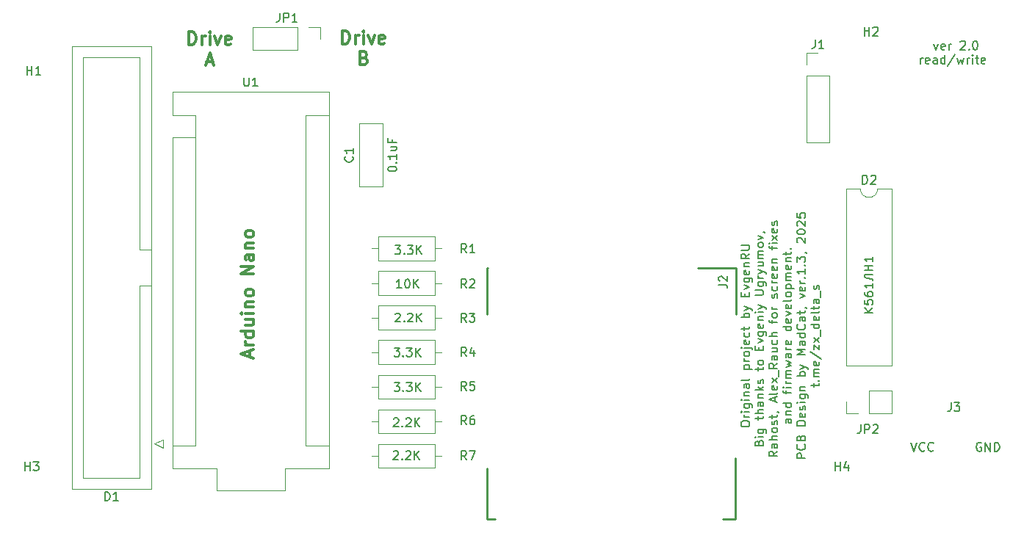
<source format=gbr>
%TF.GenerationSoftware,KiCad,Pcbnew,9.0.0*%
%TF.CreationDate,2025-03-11T00:37:20+03:00*%
%TF.ProjectId,delta_flop_arduino2,64656c74-615f-4666-9c6f-705f61726475,1*%
%TF.SameCoordinates,Original*%
%TF.FileFunction,Legend,Top*%
%TF.FilePolarity,Positive*%
%FSLAX46Y46*%
G04 Gerber Fmt 4.6, Leading zero omitted, Abs format (unit mm)*
G04 Created by KiCad (PCBNEW 9.0.0) date 2025-03-11 00:37:20*
%MOMM*%
%LPD*%
G01*
G04 APERTURE LIST*
%ADD10C,0.150000*%
%ADD11C,0.300000*%
%ADD12C,0.200000*%
%ADD13C,0.254000*%
%ADD14C,0.120000*%
G04 APERTURE END LIST*
D10*
X198874333Y-57156208D02*
X199112428Y-57822875D01*
X199112428Y-57822875D02*
X199350523Y-57156208D01*
X200112428Y-57775256D02*
X200017190Y-57822875D01*
X200017190Y-57822875D02*
X199826714Y-57822875D01*
X199826714Y-57822875D02*
X199731476Y-57775256D01*
X199731476Y-57775256D02*
X199683857Y-57680017D01*
X199683857Y-57680017D02*
X199683857Y-57299065D01*
X199683857Y-57299065D02*
X199731476Y-57203827D01*
X199731476Y-57203827D02*
X199826714Y-57156208D01*
X199826714Y-57156208D02*
X200017190Y-57156208D01*
X200017190Y-57156208D02*
X200112428Y-57203827D01*
X200112428Y-57203827D02*
X200160047Y-57299065D01*
X200160047Y-57299065D02*
X200160047Y-57394303D01*
X200160047Y-57394303D02*
X199683857Y-57489541D01*
X200588619Y-57822875D02*
X200588619Y-57156208D01*
X200588619Y-57346684D02*
X200636238Y-57251446D01*
X200636238Y-57251446D02*
X200683857Y-57203827D01*
X200683857Y-57203827D02*
X200779095Y-57156208D01*
X200779095Y-57156208D02*
X200874333Y-57156208D01*
X201921953Y-56918113D02*
X201969572Y-56870494D01*
X201969572Y-56870494D02*
X202064810Y-56822875D01*
X202064810Y-56822875D02*
X202302905Y-56822875D01*
X202302905Y-56822875D02*
X202398143Y-56870494D01*
X202398143Y-56870494D02*
X202445762Y-56918113D01*
X202445762Y-56918113D02*
X202493381Y-57013351D01*
X202493381Y-57013351D02*
X202493381Y-57108589D01*
X202493381Y-57108589D02*
X202445762Y-57251446D01*
X202445762Y-57251446D02*
X201874334Y-57822875D01*
X201874334Y-57822875D02*
X202493381Y-57822875D01*
X202921953Y-57727636D02*
X202969572Y-57775256D01*
X202969572Y-57775256D02*
X202921953Y-57822875D01*
X202921953Y-57822875D02*
X202874334Y-57775256D01*
X202874334Y-57775256D02*
X202921953Y-57727636D01*
X202921953Y-57727636D02*
X202921953Y-57822875D01*
X203588619Y-56822875D02*
X203683857Y-56822875D01*
X203683857Y-56822875D02*
X203779095Y-56870494D01*
X203779095Y-56870494D02*
X203826714Y-56918113D01*
X203826714Y-56918113D02*
X203874333Y-57013351D01*
X203874333Y-57013351D02*
X203921952Y-57203827D01*
X203921952Y-57203827D02*
X203921952Y-57441922D01*
X203921952Y-57441922D02*
X203874333Y-57632398D01*
X203874333Y-57632398D02*
X203826714Y-57727636D01*
X203826714Y-57727636D02*
X203779095Y-57775256D01*
X203779095Y-57775256D02*
X203683857Y-57822875D01*
X203683857Y-57822875D02*
X203588619Y-57822875D01*
X203588619Y-57822875D02*
X203493381Y-57775256D01*
X203493381Y-57775256D02*
X203445762Y-57727636D01*
X203445762Y-57727636D02*
X203398143Y-57632398D01*
X203398143Y-57632398D02*
X203350524Y-57441922D01*
X203350524Y-57441922D02*
X203350524Y-57203827D01*
X203350524Y-57203827D02*
X203398143Y-57013351D01*
X203398143Y-57013351D02*
X203445762Y-56918113D01*
X203445762Y-56918113D02*
X203493381Y-56870494D01*
X203493381Y-56870494D02*
X203588619Y-56822875D01*
X197326714Y-59432819D02*
X197326714Y-58766152D01*
X197326714Y-58956628D02*
X197374333Y-58861390D01*
X197374333Y-58861390D02*
X197421952Y-58813771D01*
X197421952Y-58813771D02*
X197517190Y-58766152D01*
X197517190Y-58766152D02*
X197612428Y-58766152D01*
X198326714Y-59385200D02*
X198231476Y-59432819D01*
X198231476Y-59432819D02*
X198041000Y-59432819D01*
X198041000Y-59432819D02*
X197945762Y-59385200D01*
X197945762Y-59385200D02*
X197898143Y-59289961D01*
X197898143Y-59289961D02*
X197898143Y-58909009D01*
X197898143Y-58909009D02*
X197945762Y-58813771D01*
X197945762Y-58813771D02*
X198041000Y-58766152D01*
X198041000Y-58766152D02*
X198231476Y-58766152D01*
X198231476Y-58766152D02*
X198326714Y-58813771D01*
X198326714Y-58813771D02*
X198374333Y-58909009D01*
X198374333Y-58909009D02*
X198374333Y-59004247D01*
X198374333Y-59004247D02*
X197898143Y-59099485D01*
X199231476Y-59432819D02*
X199231476Y-58909009D01*
X199231476Y-58909009D02*
X199183857Y-58813771D01*
X199183857Y-58813771D02*
X199088619Y-58766152D01*
X199088619Y-58766152D02*
X198898143Y-58766152D01*
X198898143Y-58766152D02*
X198802905Y-58813771D01*
X199231476Y-59385200D02*
X199136238Y-59432819D01*
X199136238Y-59432819D02*
X198898143Y-59432819D01*
X198898143Y-59432819D02*
X198802905Y-59385200D01*
X198802905Y-59385200D02*
X198755286Y-59289961D01*
X198755286Y-59289961D02*
X198755286Y-59194723D01*
X198755286Y-59194723D02*
X198802905Y-59099485D01*
X198802905Y-59099485D02*
X198898143Y-59051866D01*
X198898143Y-59051866D02*
X199136238Y-59051866D01*
X199136238Y-59051866D02*
X199231476Y-59004247D01*
X200136238Y-59432819D02*
X200136238Y-58432819D01*
X200136238Y-59385200D02*
X200041000Y-59432819D01*
X200041000Y-59432819D02*
X199850524Y-59432819D01*
X199850524Y-59432819D02*
X199755286Y-59385200D01*
X199755286Y-59385200D02*
X199707667Y-59337580D01*
X199707667Y-59337580D02*
X199660048Y-59242342D01*
X199660048Y-59242342D02*
X199660048Y-58956628D01*
X199660048Y-58956628D02*
X199707667Y-58861390D01*
X199707667Y-58861390D02*
X199755286Y-58813771D01*
X199755286Y-58813771D02*
X199850524Y-58766152D01*
X199850524Y-58766152D02*
X200041000Y-58766152D01*
X200041000Y-58766152D02*
X200136238Y-58813771D01*
X201326714Y-58385200D02*
X200469572Y-59670914D01*
X201564810Y-58766152D02*
X201755286Y-59432819D01*
X201755286Y-59432819D02*
X201945762Y-58956628D01*
X201945762Y-58956628D02*
X202136238Y-59432819D01*
X202136238Y-59432819D02*
X202326714Y-58766152D01*
X202707667Y-59432819D02*
X202707667Y-58766152D01*
X202707667Y-58956628D02*
X202755286Y-58861390D01*
X202755286Y-58861390D02*
X202802905Y-58813771D01*
X202802905Y-58813771D02*
X202898143Y-58766152D01*
X202898143Y-58766152D02*
X202993381Y-58766152D01*
X203326715Y-59432819D02*
X203326715Y-58766152D01*
X203326715Y-58432819D02*
X203279096Y-58480438D01*
X203279096Y-58480438D02*
X203326715Y-58528057D01*
X203326715Y-58528057D02*
X203374334Y-58480438D01*
X203374334Y-58480438D02*
X203326715Y-58432819D01*
X203326715Y-58432819D02*
X203326715Y-58528057D01*
X203660048Y-58766152D02*
X204041000Y-58766152D01*
X203802905Y-58432819D02*
X203802905Y-59289961D01*
X203802905Y-59289961D02*
X203850524Y-59385200D01*
X203850524Y-59385200D02*
X203945762Y-59432819D01*
X203945762Y-59432819D02*
X204041000Y-59432819D01*
X204755286Y-59385200D02*
X204660048Y-59432819D01*
X204660048Y-59432819D02*
X204469572Y-59432819D01*
X204469572Y-59432819D02*
X204374334Y-59385200D01*
X204374334Y-59385200D02*
X204326715Y-59289961D01*
X204326715Y-59289961D02*
X204326715Y-58909009D01*
X204326715Y-58909009D02*
X204374334Y-58813771D01*
X204374334Y-58813771D02*
X204469572Y-58766152D01*
X204469572Y-58766152D02*
X204660048Y-58766152D01*
X204660048Y-58766152D02*
X204755286Y-58813771D01*
X204755286Y-58813771D02*
X204802905Y-58909009D01*
X204802905Y-58909009D02*
X204802905Y-59004247D01*
X204802905Y-59004247D02*
X204326715Y-59099485D01*
D11*
X120049757Y-93235764D02*
X120049757Y-92521479D01*
X120478328Y-93378621D02*
X118978328Y-92878621D01*
X118978328Y-92878621D02*
X120478328Y-92378621D01*
X120478328Y-91878622D02*
X119478328Y-91878622D01*
X119764042Y-91878622D02*
X119621185Y-91807193D01*
X119621185Y-91807193D02*
X119549757Y-91735765D01*
X119549757Y-91735765D02*
X119478328Y-91592907D01*
X119478328Y-91592907D02*
X119478328Y-91450050D01*
X120478328Y-90307194D02*
X118978328Y-90307194D01*
X120406900Y-90307194D02*
X120478328Y-90450051D01*
X120478328Y-90450051D02*
X120478328Y-90735765D01*
X120478328Y-90735765D02*
X120406900Y-90878622D01*
X120406900Y-90878622D02*
X120335471Y-90950051D01*
X120335471Y-90950051D02*
X120192614Y-91021479D01*
X120192614Y-91021479D02*
X119764042Y-91021479D01*
X119764042Y-91021479D02*
X119621185Y-90950051D01*
X119621185Y-90950051D02*
X119549757Y-90878622D01*
X119549757Y-90878622D02*
X119478328Y-90735765D01*
X119478328Y-90735765D02*
X119478328Y-90450051D01*
X119478328Y-90450051D02*
X119549757Y-90307194D01*
X119478328Y-88950051D02*
X120478328Y-88950051D01*
X119478328Y-89592908D02*
X120264042Y-89592908D01*
X120264042Y-89592908D02*
X120406900Y-89521479D01*
X120406900Y-89521479D02*
X120478328Y-89378622D01*
X120478328Y-89378622D02*
X120478328Y-89164336D01*
X120478328Y-89164336D02*
X120406900Y-89021479D01*
X120406900Y-89021479D02*
X120335471Y-88950051D01*
X120478328Y-88235765D02*
X119478328Y-88235765D01*
X118978328Y-88235765D02*
X119049757Y-88307193D01*
X119049757Y-88307193D02*
X119121185Y-88235765D01*
X119121185Y-88235765D02*
X119049757Y-88164336D01*
X119049757Y-88164336D02*
X118978328Y-88235765D01*
X118978328Y-88235765D02*
X119121185Y-88235765D01*
X119478328Y-87521479D02*
X120478328Y-87521479D01*
X119621185Y-87521479D02*
X119549757Y-87450050D01*
X119549757Y-87450050D02*
X119478328Y-87307193D01*
X119478328Y-87307193D02*
X119478328Y-87092907D01*
X119478328Y-87092907D02*
X119549757Y-86950050D01*
X119549757Y-86950050D02*
X119692614Y-86878622D01*
X119692614Y-86878622D02*
X120478328Y-86878622D01*
X120478328Y-85950050D02*
X120406900Y-86092907D01*
X120406900Y-86092907D02*
X120335471Y-86164336D01*
X120335471Y-86164336D02*
X120192614Y-86235764D01*
X120192614Y-86235764D02*
X119764042Y-86235764D01*
X119764042Y-86235764D02*
X119621185Y-86164336D01*
X119621185Y-86164336D02*
X119549757Y-86092907D01*
X119549757Y-86092907D02*
X119478328Y-85950050D01*
X119478328Y-85950050D02*
X119478328Y-85735764D01*
X119478328Y-85735764D02*
X119549757Y-85592907D01*
X119549757Y-85592907D02*
X119621185Y-85521479D01*
X119621185Y-85521479D02*
X119764042Y-85450050D01*
X119764042Y-85450050D02*
X120192614Y-85450050D01*
X120192614Y-85450050D02*
X120335471Y-85521479D01*
X120335471Y-85521479D02*
X120406900Y-85592907D01*
X120406900Y-85592907D02*
X120478328Y-85735764D01*
X120478328Y-85735764D02*
X120478328Y-85950050D01*
X120478328Y-83664336D02*
X118978328Y-83664336D01*
X118978328Y-83664336D02*
X120478328Y-82807193D01*
X120478328Y-82807193D02*
X118978328Y-82807193D01*
X120478328Y-81450050D02*
X119692614Y-81450050D01*
X119692614Y-81450050D02*
X119549757Y-81521478D01*
X119549757Y-81521478D02*
X119478328Y-81664335D01*
X119478328Y-81664335D02*
X119478328Y-81950050D01*
X119478328Y-81950050D02*
X119549757Y-82092907D01*
X120406900Y-81450050D02*
X120478328Y-81592907D01*
X120478328Y-81592907D02*
X120478328Y-81950050D01*
X120478328Y-81950050D02*
X120406900Y-82092907D01*
X120406900Y-82092907D02*
X120264042Y-82164335D01*
X120264042Y-82164335D02*
X120121185Y-82164335D01*
X120121185Y-82164335D02*
X119978328Y-82092907D01*
X119978328Y-82092907D02*
X119906900Y-81950050D01*
X119906900Y-81950050D02*
X119906900Y-81592907D01*
X119906900Y-81592907D02*
X119835471Y-81450050D01*
X119478328Y-80735764D02*
X120478328Y-80735764D01*
X119621185Y-80735764D02*
X119549757Y-80664335D01*
X119549757Y-80664335D02*
X119478328Y-80521478D01*
X119478328Y-80521478D02*
X119478328Y-80307192D01*
X119478328Y-80307192D02*
X119549757Y-80164335D01*
X119549757Y-80164335D02*
X119692614Y-80092907D01*
X119692614Y-80092907D02*
X120478328Y-80092907D01*
X120478328Y-79164335D02*
X120406900Y-79307192D01*
X120406900Y-79307192D02*
X120335471Y-79378621D01*
X120335471Y-79378621D02*
X120192614Y-79450049D01*
X120192614Y-79450049D02*
X119764042Y-79450049D01*
X119764042Y-79450049D02*
X119621185Y-79378621D01*
X119621185Y-79378621D02*
X119549757Y-79307192D01*
X119549757Y-79307192D02*
X119478328Y-79164335D01*
X119478328Y-79164335D02*
X119478328Y-78950049D01*
X119478328Y-78950049D02*
X119549757Y-78807192D01*
X119549757Y-78807192D02*
X119621185Y-78735764D01*
X119621185Y-78735764D02*
X119764042Y-78664335D01*
X119764042Y-78664335D02*
X120192614Y-78664335D01*
X120192614Y-78664335D02*
X120335471Y-78735764D01*
X120335471Y-78735764D02*
X120406900Y-78807192D01*
X120406900Y-78807192D02*
X120478328Y-78950049D01*
X120478328Y-78950049D02*
X120478328Y-79164335D01*
X130671428Y-57135962D02*
X130671428Y-55635962D01*
X130671428Y-55635962D02*
X131028571Y-55635962D01*
X131028571Y-55635962D02*
X131242857Y-55707391D01*
X131242857Y-55707391D02*
X131385714Y-55850248D01*
X131385714Y-55850248D02*
X131457143Y-55993105D01*
X131457143Y-55993105D02*
X131528571Y-56278819D01*
X131528571Y-56278819D02*
X131528571Y-56493105D01*
X131528571Y-56493105D02*
X131457143Y-56778819D01*
X131457143Y-56778819D02*
X131385714Y-56921676D01*
X131385714Y-56921676D02*
X131242857Y-57064534D01*
X131242857Y-57064534D02*
X131028571Y-57135962D01*
X131028571Y-57135962D02*
X130671428Y-57135962D01*
X132171428Y-57135962D02*
X132171428Y-56135962D01*
X132171428Y-56421676D02*
X132242857Y-56278819D01*
X132242857Y-56278819D02*
X132314286Y-56207391D01*
X132314286Y-56207391D02*
X132457143Y-56135962D01*
X132457143Y-56135962D02*
X132600000Y-56135962D01*
X133099999Y-57135962D02*
X133099999Y-56135962D01*
X133099999Y-55635962D02*
X133028571Y-55707391D01*
X133028571Y-55707391D02*
X133099999Y-55778819D01*
X133099999Y-55778819D02*
X133171428Y-55707391D01*
X133171428Y-55707391D02*
X133099999Y-55635962D01*
X133099999Y-55635962D02*
X133099999Y-55778819D01*
X133671428Y-56135962D02*
X134028571Y-57135962D01*
X134028571Y-57135962D02*
X134385714Y-56135962D01*
X135528571Y-57064534D02*
X135385714Y-57135962D01*
X135385714Y-57135962D02*
X135100000Y-57135962D01*
X135100000Y-57135962D02*
X134957142Y-57064534D01*
X134957142Y-57064534D02*
X134885714Y-56921676D01*
X134885714Y-56921676D02*
X134885714Y-56350248D01*
X134885714Y-56350248D02*
X134957142Y-56207391D01*
X134957142Y-56207391D02*
X135100000Y-56135962D01*
X135100000Y-56135962D02*
X135385714Y-56135962D01*
X135385714Y-56135962D02*
X135528571Y-56207391D01*
X135528571Y-56207391D02*
X135600000Y-56350248D01*
X135600000Y-56350248D02*
X135600000Y-56493105D01*
X135600000Y-56493105D02*
X134885714Y-56635962D01*
X133207142Y-58765164D02*
X133421428Y-58836592D01*
X133421428Y-58836592D02*
X133492857Y-58908021D01*
X133492857Y-58908021D02*
X133564285Y-59050878D01*
X133564285Y-59050878D02*
X133564285Y-59265164D01*
X133564285Y-59265164D02*
X133492857Y-59408021D01*
X133492857Y-59408021D02*
X133421428Y-59479450D01*
X133421428Y-59479450D02*
X133278571Y-59550878D01*
X133278571Y-59550878D02*
X132707142Y-59550878D01*
X132707142Y-59550878D02*
X132707142Y-58050878D01*
X132707142Y-58050878D02*
X133207142Y-58050878D01*
X133207142Y-58050878D02*
X133350000Y-58122307D01*
X133350000Y-58122307D02*
X133421428Y-58193735D01*
X133421428Y-58193735D02*
X133492857Y-58336592D01*
X133492857Y-58336592D02*
X133492857Y-58479450D01*
X133492857Y-58479450D02*
X133421428Y-58622307D01*
X133421428Y-58622307D02*
X133350000Y-58693735D01*
X133350000Y-58693735D02*
X133207142Y-58765164D01*
X133207142Y-58765164D02*
X132707142Y-58765164D01*
D10*
X176621099Y-101066905D02*
X176621099Y-100876429D01*
X176621099Y-100876429D02*
X176668718Y-100781191D01*
X176668718Y-100781191D02*
X176763956Y-100685953D01*
X176763956Y-100685953D02*
X176954432Y-100638334D01*
X176954432Y-100638334D02*
X177287765Y-100638334D01*
X177287765Y-100638334D02*
X177478241Y-100685953D01*
X177478241Y-100685953D02*
X177573480Y-100781191D01*
X177573480Y-100781191D02*
X177621099Y-100876429D01*
X177621099Y-100876429D02*
X177621099Y-101066905D01*
X177621099Y-101066905D02*
X177573480Y-101162143D01*
X177573480Y-101162143D02*
X177478241Y-101257381D01*
X177478241Y-101257381D02*
X177287765Y-101305000D01*
X177287765Y-101305000D02*
X176954432Y-101305000D01*
X176954432Y-101305000D02*
X176763956Y-101257381D01*
X176763956Y-101257381D02*
X176668718Y-101162143D01*
X176668718Y-101162143D02*
X176621099Y-101066905D01*
X177621099Y-100209762D02*
X176954432Y-100209762D01*
X177144908Y-100209762D02*
X177049670Y-100162143D01*
X177049670Y-100162143D02*
X177002051Y-100114524D01*
X177002051Y-100114524D02*
X176954432Y-100019286D01*
X176954432Y-100019286D02*
X176954432Y-99924048D01*
X177621099Y-99590714D02*
X176954432Y-99590714D01*
X176621099Y-99590714D02*
X176668718Y-99638333D01*
X176668718Y-99638333D02*
X176716337Y-99590714D01*
X176716337Y-99590714D02*
X176668718Y-99543095D01*
X176668718Y-99543095D02*
X176621099Y-99590714D01*
X176621099Y-99590714D02*
X176716337Y-99590714D01*
X176954432Y-98685953D02*
X177763956Y-98685953D01*
X177763956Y-98685953D02*
X177859194Y-98733572D01*
X177859194Y-98733572D02*
X177906813Y-98781191D01*
X177906813Y-98781191D02*
X177954432Y-98876429D01*
X177954432Y-98876429D02*
X177954432Y-99019286D01*
X177954432Y-99019286D02*
X177906813Y-99114524D01*
X177573480Y-98685953D02*
X177621099Y-98781191D01*
X177621099Y-98781191D02*
X177621099Y-98971667D01*
X177621099Y-98971667D02*
X177573480Y-99066905D01*
X177573480Y-99066905D02*
X177525860Y-99114524D01*
X177525860Y-99114524D02*
X177430622Y-99162143D01*
X177430622Y-99162143D02*
X177144908Y-99162143D01*
X177144908Y-99162143D02*
X177049670Y-99114524D01*
X177049670Y-99114524D02*
X177002051Y-99066905D01*
X177002051Y-99066905D02*
X176954432Y-98971667D01*
X176954432Y-98971667D02*
X176954432Y-98781191D01*
X176954432Y-98781191D02*
X177002051Y-98685953D01*
X177621099Y-98209762D02*
X176954432Y-98209762D01*
X176621099Y-98209762D02*
X176668718Y-98257381D01*
X176668718Y-98257381D02*
X176716337Y-98209762D01*
X176716337Y-98209762D02*
X176668718Y-98162143D01*
X176668718Y-98162143D02*
X176621099Y-98209762D01*
X176621099Y-98209762D02*
X176716337Y-98209762D01*
X176954432Y-97733572D02*
X177621099Y-97733572D01*
X177049670Y-97733572D02*
X177002051Y-97685953D01*
X177002051Y-97685953D02*
X176954432Y-97590715D01*
X176954432Y-97590715D02*
X176954432Y-97447858D01*
X176954432Y-97447858D02*
X177002051Y-97352620D01*
X177002051Y-97352620D02*
X177097289Y-97305001D01*
X177097289Y-97305001D02*
X177621099Y-97305001D01*
X177621099Y-96400239D02*
X177097289Y-96400239D01*
X177097289Y-96400239D02*
X177002051Y-96447858D01*
X177002051Y-96447858D02*
X176954432Y-96543096D01*
X176954432Y-96543096D02*
X176954432Y-96733572D01*
X176954432Y-96733572D02*
X177002051Y-96828810D01*
X177573480Y-96400239D02*
X177621099Y-96495477D01*
X177621099Y-96495477D02*
X177621099Y-96733572D01*
X177621099Y-96733572D02*
X177573480Y-96828810D01*
X177573480Y-96828810D02*
X177478241Y-96876429D01*
X177478241Y-96876429D02*
X177383003Y-96876429D01*
X177383003Y-96876429D02*
X177287765Y-96828810D01*
X177287765Y-96828810D02*
X177240146Y-96733572D01*
X177240146Y-96733572D02*
X177240146Y-96495477D01*
X177240146Y-96495477D02*
X177192527Y-96400239D01*
X177621099Y-95781191D02*
X177573480Y-95876429D01*
X177573480Y-95876429D02*
X177478241Y-95924048D01*
X177478241Y-95924048D02*
X176621099Y-95924048D01*
X176954432Y-94638333D02*
X177954432Y-94638333D01*
X177002051Y-94638333D02*
X176954432Y-94543095D01*
X176954432Y-94543095D02*
X176954432Y-94352619D01*
X176954432Y-94352619D02*
X177002051Y-94257381D01*
X177002051Y-94257381D02*
X177049670Y-94209762D01*
X177049670Y-94209762D02*
X177144908Y-94162143D01*
X177144908Y-94162143D02*
X177430622Y-94162143D01*
X177430622Y-94162143D02*
X177525860Y-94209762D01*
X177525860Y-94209762D02*
X177573480Y-94257381D01*
X177573480Y-94257381D02*
X177621099Y-94352619D01*
X177621099Y-94352619D02*
X177621099Y-94543095D01*
X177621099Y-94543095D02*
X177573480Y-94638333D01*
X177621099Y-93733571D02*
X176954432Y-93733571D01*
X177144908Y-93733571D02*
X177049670Y-93685952D01*
X177049670Y-93685952D02*
X177002051Y-93638333D01*
X177002051Y-93638333D02*
X176954432Y-93543095D01*
X176954432Y-93543095D02*
X176954432Y-93447857D01*
X177621099Y-92971666D02*
X177573480Y-93066904D01*
X177573480Y-93066904D02*
X177525860Y-93114523D01*
X177525860Y-93114523D02*
X177430622Y-93162142D01*
X177430622Y-93162142D02*
X177144908Y-93162142D01*
X177144908Y-93162142D02*
X177049670Y-93114523D01*
X177049670Y-93114523D02*
X177002051Y-93066904D01*
X177002051Y-93066904D02*
X176954432Y-92971666D01*
X176954432Y-92971666D02*
X176954432Y-92828809D01*
X176954432Y-92828809D02*
X177002051Y-92733571D01*
X177002051Y-92733571D02*
X177049670Y-92685952D01*
X177049670Y-92685952D02*
X177144908Y-92638333D01*
X177144908Y-92638333D02*
X177430622Y-92638333D01*
X177430622Y-92638333D02*
X177525860Y-92685952D01*
X177525860Y-92685952D02*
X177573480Y-92733571D01*
X177573480Y-92733571D02*
X177621099Y-92828809D01*
X177621099Y-92828809D02*
X177621099Y-92971666D01*
X176954432Y-92209761D02*
X177811575Y-92209761D01*
X177811575Y-92209761D02*
X177906813Y-92257380D01*
X177906813Y-92257380D02*
X177954432Y-92352618D01*
X177954432Y-92352618D02*
X177954432Y-92400237D01*
X176621099Y-92209761D02*
X176668718Y-92257380D01*
X176668718Y-92257380D02*
X176716337Y-92209761D01*
X176716337Y-92209761D02*
X176668718Y-92162142D01*
X176668718Y-92162142D02*
X176621099Y-92209761D01*
X176621099Y-92209761D02*
X176716337Y-92209761D01*
X177573480Y-91352619D02*
X177621099Y-91447857D01*
X177621099Y-91447857D02*
X177621099Y-91638333D01*
X177621099Y-91638333D02*
X177573480Y-91733571D01*
X177573480Y-91733571D02*
X177478241Y-91781190D01*
X177478241Y-91781190D02*
X177097289Y-91781190D01*
X177097289Y-91781190D02*
X177002051Y-91733571D01*
X177002051Y-91733571D02*
X176954432Y-91638333D01*
X176954432Y-91638333D02*
X176954432Y-91447857D01*
X176954432Y-91447857D02*
X177002051Y-91352619D01*
X177002051Y-91352619D02*
X177097289Y-91305000D01*
X177097289Y-91305000D02*
X177192527Y-91305000D01*
X177192527Y-91305000D02*
X177287765Y-91781190D01*
X177573480Y-90447857D02*
X177621099Y-90543095D01*
X177621099Y-90543095D02*
X177621099Y-90733571D01*
X177621099Y-90733571D02*
X177573480Y-90828809D01*
X177573480Y-90828809D02*
X177525860Y-90876428D01*
X177525860Y-90876428D02*
X177430622Y-90924047D01*
X177430622Y-90924047D02*
X177144908Y-90924047D01*
X177144908Y-90924047D02*
X177049670Y-90876428D01*
X177049670Y-90876428D02*
X177002051Y-90828809D01*
X177002051Y-90828809D02*
X176954432Y-90733571D01*
X176954432Y-90733571D02*
X176954432Y-90543095D01*
X176954432Y-90543095D02*
X177002051Y-90447857D01*
X176954432Y-90162142D02*
X176954432Y-89781190D01*
X176621099Y-90019285D02*
X177478241Y-90019285D01*
X177478241Y-90019285D02*
X177573480Y-89971666D01*
X177573480Y-89971666D02*
X177621099Y-89876428D01*
X177621099Y-89876428D02*
X177621099Y-89781190D01*
X177621099Y-88685951D02*
X176621099Y-88685951D01*
X177002051Y-88685951D02*
X176954432Y-88590713D01*
X176954432Y-88590713D02*
X176954432Y-88400237D01*
X176954432Y-88400237D02*
X177002051Y-88304999D01*
X177002051Y-88304999D02*
X177049670Y-88257380D01*
X177049670Y-88257380D02*
X177144908Y-88209761D01*
X177144908Y-88209761D02*
X177430622Y-88209761D01*
X177430622Y-88209761D02*
X177525860Y-88257380D01*
X177525860Y-88257380D02*
X177573480Y-88304999D01*
X177573480Y-88304999D02*
X177621099Y-88400237D01*
X177621099Y-88400237D02*
X177621099Y-88590713D01*
X177621099Y-88590713D02*
X177573480Y-88685951D01*
X176954432Y-87876427D02*
X177621099Y-87638332D01*
X176954432Y-87400237D02*
X177621099Y-87638332D01*
X177621099Y-87638332D02*
X177859194Y-87733570D01*
X177859194Y-87733570D02*
X177906813Y-87781189D01*
X177906813Y-87781189D02*
X177954432Y-87876427D01*
X177097289Y-86257379D02*
X177097289Y-85924046D01*
X177621099Y-85781189D02*
X177621099Y-86257379D01*
X177621099Y-86257379D02*
X176621099Y-86257379D01*
X176621099Y-86257379D02*
X176621099Y-85781189D01*
X176954432Y-85447855D02*
X177621099Y-85209760D01*
X177621099Y-85209760D02*
X176954432Y-84971665D01*
X176954432Y-84162141D02*
X177763956Y-84162141D01*
X177763956Y-84162141D02*
X177859194Y-84209760D01*
X177859194Y-84209760D02*
X177906813Y-84257379D01*
X177906813Y-84257379D02*
X177954432Y-84352617D01*
X177954432Y-84352617D02*
X177954432Y-84495474D01*
X177954432Y-84495474D02*
X177906813Y-84590712D01*
X177573480Y-84162141D02*
X177621099Y-84257379D01*
X177621099Y-84257379D02*
X177621099Y-84447855D01*
X177621099Y-84447855D02*
X177573480Y-84543093D01*
X177573480Y-84543093D02*
X177525860Y-84590712D01*
X177525860Y-84590712D02*
X177430622Y-84638331D01*
X177430622Y-84638331D02*
X177144908Y-84638331D01*
X177144908Y-84638331D02*
X177049670Y-84590712D01*
X177049670Y-84590712D02*
X177002051Y-84543093D01*
X177002051Y-84543093D02*
X176954432Y-84447855D01*
X176954432Y-84447855D02*
X176954432Y-84257379D01*
X176954432Y-84257379D02*
X177002051Y-84162141D01*
X177573480Y-83304998D02*
X177621099Y-83400236D01*
X177621099Y-83400236D02*
X177621099Y-83590712D01*
X177621099Y-83590712D02*
X177573480Y-83685950D01*
X177573480Y-83685950D02*
X177478241Y-83733569D01*
X177478241Y-83733569D02*
X177097289Y-83733569D01*
X177097289Y-83733569D02*
X177002051Y-83685950D01*
X177002051Y-83685950D02*
X176954432Y-83590712D01*
X176954432Y-83590712D02*
X176954432Y-83400236D01*
X176954432Y-83400236D02*
X177002051Y-83304998D01*
X177002051Y-83304998D02*
X177097289Y-83257379D01*
X177097289Y-83257379D02*
X177192527Y-83257379D01*
X177192527Y-83257379D02*
X177287765Y-83733569D01*
X176954432Y-82828807D02*
X177621099Y-82828807D01*
X177049670Y-82828807D02*
X177002051Y-82781188D01*
X177002051Y-82781188D02*
X176954432Y-82685950D01*
X176954432Y-82685950D02*
X176954432Y-82543093D01*
X176954432Y-82543093D02*
X177002051Y-82447855D01*
X177002051Y-82447855D02*
X177097289Y-82400236D01*
X177097289Y-82400236D02*
X177621099Y-82400236D01*
X177621099Y-81352617D02*
X177144908Y-81685950D01*
X177621099Y-81924045D02*
X176621099Y-81924045D01*
X176621099Y-81924045D02*
X176621099Y-81543093D01*
X176621099Y-81543093D02*
X176668718Y-81447855D01*
X176668718Y-81447855D02*
X176716337Y-81400236D01*
X176716337Y-81400236D02*
X176811575Y-81352617D01*
X176811575Y-81352617D02*
X176954432Y-81352617D01*
X176954432Y-81352617D02*
X177049670Y-81400236D01*
X177049670Y-81400236D02*
X177097289Y-81447855D01*
X177097289Y-81447855D02*
X177144908Y-81543093D01*
X177144908Y-81543093D02*
X177144908Y-81924045D01*
X176621099Y-80924045D02*
X177430622Y-80924045D01*
X177430622Y-80924045D02*
X177525860Y-80876426D01*
X177525860Y-80876426D02*
X177573480Y-80828807D01*
X177573480Y-80828807D02*
X177621099Y-80733569D01*
X177621099Y-80733569D02*
X177621099Y-80543093D01*
X177621099Y-80543093D02*
X177573480Y-80447855D01*
X177573480Y-80447855D02*
X177525860Y-80400236D01*
X177525860Y-80400236D02*
X177430622Y-80352617D01*
X177430622Y-80352617D02*
X176621099Y-80352617D01*
X178707233Y-103162144D02*
X178754852Y-103019287D01*
X178754852Y-103019287D02*
X178802471Y-102971668D01*
X178802471Y-102971668D02*
X178897709Y-102924049D01*
X178897709Y-102924049D02*
X179040566Y-102924049D01*
X179040566Y-102924049D02*
X179135804Y-102971668D01*
X179135804Y-102971668D02*
X179183424Y-103019287D01*
X179183424Y-103019287D02*
X179231043Y-103114525D01*
X179231043Y-103114525D02*
X179231043Y-103495477D01*
X179231043Y-103495477D02*
X178231043Y-103495477D01*
X178231043Y-103495477D02*
X178231043Y-103162144D01*
X178231043Y-103162144D02*
X178278662Y-103066906D01*
X178278662Y-103066906D02*
X178326281Y-103019287D01*
X178326281Y-103019287D02*
X178421519Y-102971668D01*
X178421519Y-102971668D02*
X178516757Y-102971668D01*
X178516757Y-102971668D02*
X178611995Y-103019287D01*
X178611995Y-103019287D02*
X178659614Y-103066906D01*
X178659614Y-103066906D02*
X178707233Y-103162144D01*
X178707233Y-103162144D02*
X178707233Y-103495477D01*
X179231043Y-102495477D02*
X178564376Y-102495477D01*
X178231043Y-102495477D02*
X178278662Y-102543096D01*
X178278662Y-102543096D02*
X178326281Y-102495477D01*
X178326281Y-102495477D02*
X178278662Y-102447858D01*
X178278662Y-102447858D02*
X178231043Y-102495477D01*
X178231043Y-102495477D02*
X178326281Y-102495477D01*
X178564376Y-101590716D02*
X179373900Y-101590716D01*
X179373900Y-101590716D02*
X179469138Y-101638335D01*
X179469138Y-101638335D02*
X179516757Y-101685954D01*
X179516757Y-101685954D02*
X179564376Y-101781192D01*
X179564376Y-101781192D02*
X179564376Y-101924049D01*
X179564376Y-101924049D02*
X179516757Y-102019287D01*
X179183424Y-101590716D02*
X179231043Y-101685954D01*
X179231043Y-101685954D02*
X179231043Y-101876430D01*
X179231043Y-101876430D02*
X179183424Y-101971668D01*
X179183424Y-101971668D02*
X179135804Y-102019287D01*
X179135804Y-102019287D02*
X179040566Y-102066906D01*
X179040566Y-102066906D02*
X178754852Y-102066906D01*
X178754852Y-102066906D02*
X178659614Y-102019287D01*
X178659614Y-102019287D02*
X178611995Y-101971668D01*
X178611995Y-101971668D02*
X178564376Y-101876430D01*
X178564376Y-101876430D02*
X178564376Y-101685954D01*
X178564376Y-101685954D02*
X178611995Y-101590716D01*
X178564376Y-100495477D02*
X178564376Y-100114525D01*
X178231043Y-100352620D02*
X179088185Y-100352620D01*
X179088185Y-100352620D02*
X179183424Y-100305001D01*
X179183424Y-100305001D02*
X179231043Y-100209763D01*
X179231043Y-100209763D02*
X179231043Y-100114525D01*
X179231043Y-99781191D02*
X178231043Y-99781191D01*
X179231043Y-99352620D02*
X178707233Y-99352620D01*
X178707233Y-99352620D02*
X178611995Y-99400239D01*
X178611995Y-99400239D02*
X178564376Y-99495477D01*
X178564376Y-99495477D02*
X178564376Y-99638334D01*
X178564376Y-99638334D02*
X178611995Y-99733572D01*
X178611995Y-99733572D02*
X178659614Y-99781191D01*
X179231043Y-98447858D02*
X178707233Y-98447858D01*
X178707233Y-98447858D02*
X178611995Y-98495477D01*
X178611995Y-98495477D02*
X178564376Y-98590715D01*
X178564376Y-98590715D02*
X178564376Y-98781191D01*
X178564376Y-98781191D02*
X178611995Y-98876429D01*
X179183424Y-98447858D02*
X179231043Y-98543096D01*
X179231043Y-98543096D02*
X179231043Y-98781191D01*
X179231043Y-98781191D02*
X179183424Y-98876429D01*
X179183424Y-98876429D02*
X179088185Y-98924048D01*
X179088185Y-98924048D02*
X178992947Y-98924048D01*
X178992947Y-98924048D02*
X178897709Y-98876429D01*
X178897709Y-98876429D02*
X178850090Y-98781191D01*
X178850090Y-98781191D02*
X178850090Y-98543096D01*
X178850090Y-98543096D02*
X178802471Y-98447858D01*
X178564376Y-97971667D02*
X179231043Y-97971667D01*
X178659614Y-97971667D02*
X178611995Y-97924048D01*
X178611995Y-97924048D02*
X178564376Y-97828810D01*
X178564376Y-97828810D02*
X178564376Y-97685953D01*
X178564376Y-97685953D02*
X178611995Y-97590715D01*
X178611995Y-97590715D02*
X178707233Y-97543096D01*
X178707233Y-97543096D02*
X179231043Y-97543096D01*
X179231043Y-97066905D02*
X178231043Y-97066905D01*
X178850090Y-96971667D02*
X179231043Y-96685953D01*
X178564376Y-96685953D02*
X178945328Y-97066905D01*
X179183424Y-96305000D02*
X179231043Y-96209762D01*
X179231043Y-96209762D02*
X179231043Y-96019286D01*
X179231043Y-96019286D02*
X179183424Y-95924048D01*
X179183424Y-95924048D02*
X179088185Y-95876429D01*
X179088185Y-95876429D02*
X179040566Y-95876429D01*
X179040566Y-95876429D02*
X178945328Y-95924048D01*
X178945328Y-95924048D02*
X178897709Y-96019286D01*
X178897709Y-96019286D02*
X178897709Y-96162143D01*
X178897709Y-96162143D02*
X178850090Y-96257381D01*
X178850090Y-96257381D02*
X178754852Y-96305000D01*
X178754852Y-96305000D02*
X178707233Y-96305000D01*
X178707233Y-96305000D02*
X178611995Y-96257381D01*
X178611995Y-96257381D02*
X178564376Y-96162143D01*
X178564376Y-96162143D02*
X178564376Y-96019286D01*
X178564376Y-96019286D02*
X178611995Y-95924048D01*
X178564376Y-94828809D02*
X178564376Y-94447857D01*
X178231043Y-94685952D02*
X179088185Y-94685952D01*
X179088185Y-94685952D02*
X179183424Y-94638333D01*
X179183424Y-94638333D02*
X179231043Y-94543095D01*
X179231043Y-94543095D02*
X179231043Y-94447857D01*
X179231043Y-93971666D02*
X179183424Y-94066904D01*
X179183424Y-94066904D02*
X179135804Y-94114523D01*
X179135804Y-94114523D02*
X179040566Y-94162142D01*
X179040566Y-94162142D02*
X178754852Y-94162142D01*
X178754852Y-94162142D02*
X178659614Y-94114523D01*
X178659614Y-94114523D02*
X178611995Y-94066904D01*
X178611995Y-94066904D02*
X178564376Y-93971666D01*
X178564376Y-93971666D02*
X178564376Y-93828809D01*
X178564376Y-93828809D02*
X178611995Y-93733571D01*
X178611995Y-93733571D02*
X178659614Y-93685952D01*
X178659614Y-93685952D02*
X178754852Y-93638333D01*
X178754852Y-93638333D02*
X179040566Y-93638333D01*
X179040566Y-93638333D02*
X179135804Y-93685952D01*
X179135804Y-93685952D02*
X179183424Y-93733571D01*
X179183424Y-93733571D02*
X179231043Y-93828809D01*
X179231043Y-93828809D02*
X179231043Y-93971666D01*
X178707233Y-92447856D02*
X178707233Y-92114523D01*
X179231043Y-91971666D02*
X179231043Y-92447856D01*
X179231043Y-92447856D02*
X178231043Y-92447856D01*
X178231043Y-92447856D02*
X178231043Y-91971666D01*
X178564376Y-91638332D02*
X179231043Y-91400237D01*
X179231043Y-91400237D02*
X178564376Y-91162142D01*
X178564376Y-90352618D02*
X179373900Y-90352618D01*
X179373900Y-90352618D02*
X179469138Y-90400237D01*
X179469138Y-90400237D02*
X179516757Y-90447856D01*
X179516757Y-90447856D02*
X179564376Y-90543094D01*
X179564376Y-90543094D02*
X179564376Y-90685951D01*
X179564376Y-90685951D02*
X179516757Y-90781189D01*
X179183424Y-90352618D02*
X179231043Y-90447856D01*
X179231043Y-90447856D02*
X179231043Y-90638332D01*
X179231043Y-90638332D02*
X179183424Y-90733570D01*
X179183424Y-90733570D02*
X179135804Y-90781189D01*
X179135804Y-90781189D02*
X179040566Y-90828808D01*
X179040566Y-90828808D02*
X178754852Y-90828808D01*
X178754852Y-90828808D02*
X178659614Y-90781189D01*
X178659614Y-90781189D02*
X178611995Y-90733570D01*
X178611995Y-90733570D02*
X178564376Y-90638332D01*
X178564376Y-90638332D02*
X178564376Y-90447856D01*
X178564376Y-90447856D02*
X178611995Y-90352618D01*
X179183424Y-89495475D02*
X179231043Y-89590713D01*
X179231043Y-89590713D02*
X179231043Y-89781189D01*
X179231043Y-89781189D02*
X179183424Y-89876427D01*
X179183424Y-89876427D02*
X179088185Y-89924046D01*
X179088185Y-89924046D02*
X178707233Y-89924046D01*
X178707233Y-89924046D02*
X178611995Y-89876427D01*
X178611995Y-89876427D02*
X178564376Y-89781189D01*
X178564376Y-89781189D02*
X178564376Y-89590713D01*
X178564376Y-89590713D02*
X178611995Y-89495475D01*
X178611995Y-89495475D02*
X178707233Y-89447856D01*
X178707233Y-89447856D02*
X178802471Y-89447856D01*
X178802471Y-89447856D02*
X178897709Y-89924046D01*
X178564376Y-89019284D02*
X179231043Y-89019284D01*
X178659614Y-89019284D02*
X178611995Y-88971665D01*
X178611995Y-88971665D02*
X178564376Y-88876427D01*
X178564376Y-88876427D02*
X178564376Y-88733570D01*
X178564376Y-88733570D02*
X178611995Y-88638332D01*
X178611995Y-88638332D02*
X178707233Y-88590713D01*
X178707233Y-88590713D02*
X179231043Y-88590713D01*
X179231043Y-88114522D02*
X178564376Y-88114522D01*
X178231043Y-88114522D02*
X178278662Y-88162141D01*
X178278662Y-88162141D02*
X178326281Y-88114522D01*
X178326281Y-88114522D02*
X178278662Y-88066903D01*
X178278662Y-88066903D02*
X178231043Y-88114522D01*
X178231043Y-88114522D02*
X178326281Y-88114522D01*
X178564376Y-87733570D02*
X179231043Y-87495475D01*
X178564376Y-87257380D02*
X179231043Y-87495475D01*
X179231043Y-87495475D02*
X179469138Y-87590713D01*
X179469138Y-87590713D02*
X179516757Y-87638332D01*
X179516757Y-87638332D02*
X179564376Y-87733570D01*
X178231043Y-86114522D02*
X179040566Y-86114522D01*
X179040566Y-86114522D02*
X179135804Y-86066903D01*
X179135804Y-86066903D02*
X179183424Y-86019284D01*
X179183424Y-86019284D02*
X179231043Y-85924046D01*
X179231043Y-85924046D02*
X179231043Y-85733570D01*
X179231043Y-85733570D02*
X179183424Y-85638332D01*
X179183424Y-85638332D02*
X179135804Y-85590713D01*
X179135804Y-85590713D02*
X179040566Y-85543094D01*
X179040566Y-85543094D02*
X178231043Y-85543094D01*
X178564376Y-84638332D02*
X179373900Y-84638332D01*
X179373900Y-84638332D02*
X179469138Y-84685951D01*
X179469138Y-84685951D02*
X179516757Y-84733570D01*
X179516757Y-84733570D02*
X179564376Y-84828808D01*
X179564376Y-84828808D02*
X179564376Y-84971665D01*
X179564376Y-84971665D02*
X179516757Y-85066903D01*
X179183424Y-84638332D02*
X179231043Y-84733570D01*
X179231043Y-84733570D02*
X179231043Y-84924046D01*
X179231043Y-84924046D02*
X179183424Y-85019284D01*
X179183424Y-85019284D02*
X179135804Y-85066903D01*
X179135804Y-85066903D02*
X179040566Y-85114522D01*
X179040566Y-85114522D02*
X178754852Y-85114522D01*
X178754852Y-85114522D02*
X178659614Y-85066903D01*
X178659614Y-85066903D02*
X178611995Y-85019284D01*
X178611995Y-85019284D02*
X178564376Y-84924046D01*
X178564376Y-84924046D02*
X178564376Y-84733570D01*
X178564376Y-84733570D02*
X178611995Y-84638332D01*
X179231043Y-84162141D02*
X178564376Y-84162141D01*
X178754852Y-84162141D02*
X178659614Y-84114522D01*
X178659614Y-84114522D02*
X178611995Y-84066903D01*
X178611995Y-84066903D02*
X178564376Y-83971665D01*
X178564376Y-83971665D02*
X178564376Y-83876427D01*
X178564376Y-83638331D02*
X179231043Y-83400236D01*
X178564376Y-83162141D02*
X179231043Y-83400236D01*
X179231043Y-83400236D02*
X179469138Y-83495474D01*
X179469138Y-83495474D02*
X179516757Y-83543093D01*
X179516757Y-83543093D02*
X179564376Y-83638331D01*
X178564376Y-82352617D02*
X179231043Y-82352617D01*
X178564376Y-82781188D02*
X179088185Y-82781188D01*
X179088185Y-82781188D02*
X179183424Y-82733569D01*
X179183424Y-82733569D02*
X179231043Y-82638331D01*
X179231043Y-82638331D02*
X179231043Y-82495474D01*
X179231043Y-82495474D02*
X179183424Y-82400236D01*
X179183424Y-82400236D02*
X179135804Y-82352617D01*
X179231043Y-81876426D02*
X178564376Y-81876426D01*
X178659614Y-81876426D02*
X178611995Y-81828807D01*
X178611995Y-81828807D02*
X178564376Y-81733569D01*
X178564376Y-81733569D02*
X178564376Y-81590712D01*
X178564376Y-81590712D02*
X178611995Y-81495474D01*
X178611995Y-81495474D02*
X178707233Y-81447855D01*
X178707233Y-81447855D02*
X179231043Y-81447855D01*
X178707233Y-81447855D02*
X178611995Y-81400236D01*
X178611995Y-81400236D02*
X178564376Y-81304998D01*
X178564376Y-81304998D02*
X178564376Y-81162141D01*
X178564376Y-81162141D02*
X178611995Y-81066902D01*
X178611995Y-81066902D02*
X178707233Y-81019283D01*
X178707233Y-81019283D02*
X179231043Y-81019283D01*
X179231043Y-80400236D02*
X179183424Y-80495474D01*
X179183424Y-80495474D02*
X179135804Y-80543093D01*
X179135804Y-80543093D02*
X179040566Y-80590712D01*
X179040566Y-80590712D02*
X178754852Y-80590712D01*
X178754852Y-80590712D02*
X178659614Y-80543093D01*
X178659614Y-80543093D02*
X178611995Y-80495474D01*
X178611995Y-80495474D02*
X178564376Y-80400236D01*
X178564376Y-80400236D02*
X178564376Y-80257379D01*
X178564376Y-80257379D02*
X178611995Y-80162141D01*
X178611995Y-80162141D02*
X178659614Y-80114522D01*
X178659614Y-80114522D02*
X178754852Y-80066903D01*
X178754852Y-80066903D02*
X179040566Y-80066903D01*
X179040566Y-80066903D02*
X179135804Y-80114522D01*
X179135804Y-80114522D02*
X179183424Y-80162141D01*
X179183424Y-80162141D02*
X179231043Y-80257379D01*
X179231043Y-80257379D02*
X179231043Y-80400236D01*
X178564376Y-79733569D02*
X179231043Y-79495474D01*
X179231043Y-79495474D02*
X178564376Y-79257379D01*
X179183424Y-78828807D02*
X179231043Y-78828807D01*
X179231043Y-78828807D02*
X179326281Y-78876426D01*
X179326281Y-78876426D02*
X179373900Y-78924045D01*
X180840987Y-104138336D02*
X180364796Y-104471669D01*
X180840987Y-104709764D02*
X179840987Y-104709764D01*
X179840987Y-104709764D02*
X179840987Y-104328812D01*
X179840987Y-104328812D02*
X179888606Y-104233574D01*
X179888606Y-104233574D02*
X179936225Y-104185955D01*
X179936225Y-104185955D02*
X180031463Y-104138336D01*
X180031463Y-104138336D02*
X180174320Y-104138336D01*
X180174320Y-104138336D02*
X180269558Y-104185955D01*
X180269558Y-104185955D02*
X180317177Y-104233574D01*
X180317177Y-104233574D02*
X180364796Y-104328812D01*
X180364796Y-104328812D02*
X180364796Y-104709764D01*
X180840987Y-103281193D02*
X180317177Y-103281193D01*
X180317177Y-103281193D02*
X180221939Y-103328812D01*
X180221939Y-103328812D02*
X180174320Y-103424050D01*
X180174320Y-103424050D02*
X180174320Y-103614526D01*
X180174320Y-103614526D02*
X180221939Y-103709764D01*
X180793368Y-103281193D02*
X180840987Y-103376431D01*
X180840987Y-103376431D02*
X180840987Y-103614526D01*
X180840987Y-103614526D02*
X180793368Y-103709764D01*
X180793368Y-103709764D02*
X180698129Y-103757383D01*
X180698129Y-103757383D02*
X180602891Y-103757383D01*
X180602891Y-103757383D02*
X180507653Y-103709764D01*
X180507653Y-103709764D02*
X180460034Y-103614526D01*
X180460034Y-103614526D02*
X180460034Y-103376431D01*
X180460034Y-103376431D02*
X180412415Y-103281193D01*
X180840987Y-102805002D02*
X179840987Y-102805002D01*
X180840987Y-102376431D02*
X180317177Y-102376431D01*
X180317177Y-102376431D02*
X180221939Y-102424050D01*
X180221939Y-102424050D02*
X180174320Y-102519288D01*
X180174320Y-102519288D02*
X180174320Y-102662145D01*
X180174320Y-102662145D02*
X180221939Y-102757383D01*
X180221939Y-102757383D02*
X180269558Y-102805002D01*
X180840987Y-101757383D02*
X180793368Y-101852621D01*
X180793368Y-101852621D02*
X180745748Y-101900240D01*
X180745748Y-101900240D02*
X180650510Y-101947859D01*
X180650510Y-101947859D02*
X180364796Y-101947859D01*
X180364796Y-101947859D02*
X180269558Y-101900240D01*
X180269558Y-101900240D02*
X180221939Y-101852621D01*
X180221939Y-101852621D02*
X180174320Y-101757383D01*
X180174320Y-101757383D02*
X180174320Y-101614526D01*
X180174320Y-101614526D02*
X180221939Y-101519288D01*
X180221939Y-101519288D02*
X180269558Y-101471669D01*
X180269558Y-101471669D02*
X180364796Y-101424050D01*
X180364796Y-101424050D02*
X180650510Y-101424050D01*
X180650510Y-101424050D02*
X180745748Y-101471669D01*
X180745748Y-101471669D02*
X180793368Y-101519288D01*
X180793368Y-101519288D02*
X180840987Y-101614526D01*
X180840987Y-101614526D02*
X180840987Y-101757383D01*
X180793368Y-101043097D02*
X180840987Y-100947859D01*
X180840987Y-100947859D02*
X180840987Y-100757383D01*
X180840987Y-100757383D02*
X180793368Y-100662145D01*
X180793368Y-100662145D02*
X180698129Y-100614526D01*
X180698129Y-100614526D02*
X180650510Y-100614526D01*
X180650510Y-100614526D02*
X180555272Y-100662145D01*
X180555272Y-100662145D02*
X180507653Y-100757383D01*
X180507653Y-100757383D02*
X180507653Y-100900240D01*
X180507653Y-100900240D02*
X180460034Y-100995478D01*
X180460034Y-100995478D02*
X180364796Y-101043097D01*
X180364796Y-101043097D02*
X180317177Y-101043097D01*
X180317177Y-101043097D02*
X180221939Y-100995478D01*
X180221939Y-100995478D02*
X180174320Y-100900240D01*
X180174320Y-100900240D02*
X180174320Y-100757383D01*
X180174320Y-100757383D02*
X180221939Y-100662145D01*
X180174320Y-100328811D02*
X180174320Y-99947859D01*
X179840987Y-100185954D02*
X180698129Y-100185954D01*
X180698129Y-100185954D02*
X180793368Y-100138335D01*
X180793368Y-100138335D02*
X180840987Y-100043097D01*
X180840987Y-100043097D02*
X180840987Y-99947859D01*
X180793368Y-99566906D02*
X180840987Y-99566906D01*
X180840987Y-99566906D02*
X180936225Y-99614525D01*
X180936225Y-99614525D02*
X180983844Y-99662144D01*
X180555272Y-98424049D02*
X180555272Y-97947859D01*
X180840987Y-98519287D02*
X179840987Y-98185954D01*
X179840987Y-98185954D02*
X180840987Y-97852621D01*
X180840987Y-97376430D02*
X180793368Y-97471668D01*
X180793368Y-97471668D02*
X180698129Y-97519287D01*
X180698129Y-97519287D02*
X179840987Y-97519287D01*
X180793368Y-96614525D02*
X180840987Y-96709763D01*
X180840987Y-96709763D02*
X180840987Y-96900239D01*
X180840987Y-96900239D02*
X180793368Y-96995477D01*
X180793368Y-96995477D02*
X180698129Y-97043096D01*
X180698129Y-97043096D02*
X180317177Y-97043096D01*
X180317177Y-97043096D02*
X180221939Y-96995477D01*
X180221939Y-96995477D02*
X180174320Y-96900239D01*
X180174320Y-96900239D02*
X180174320Y-96709763D01*
X180174320Y-96709763D02*
X180221939Y-96614525D01*
X180221939Y-96614525D02*
X180317177Y-96566906D01*
X180317177Y-96566906D02*
X180412415Y-96566906D01*
X180412415Y-96566906D02*
X180507653Y-97043096D01*
X180840987Y-96233572D02*
X180174320Y-95709763D01*
X180174320Y-96233572D02*
X180840987Y-95709763D01*
X180936225Y-95566906D02*
X180936225Y-94805001D01*
X180840987Y-93995477D02*
X180364796Y-94328810D01*
X180840987Y-94566905D02*
X179840987Y-94566905D01*
X179840987Y-94566905D02*
X179840987Y-94185953D01*
X179840987Y-94185953D02*
X179888606Y-94090715D01*
X179888606Y-94090715D02*
X179936225Y-94043096D01*
X179936225Y-94043096D02*
X180031463Y-93995477D01*
X180031463Y-93995477D02*
X180174320Y-93995477D01*
X180174320Y-93995477D02*
X180269558Y-94043096D01*
X180269558Y-94043096D02*
X180317177Y-94090715D01*
X180317177Y-94090715D02*
X180364796Y-94185953D01*
X180364796Y-94185953D02*
X180364796Y-94566905D01*
X180840987Y-93138334D02*
X180317177Y-93138334D01*
X180317177Y-93138334D02*
X180221939Y-93185953D01*
X180221939Y-93185953D02*
X180174320Y-93281191D01*
X180174320Y-93281191D02*
X180174320Y-93471667D01*
X180174320Y-93471667D02*
X180221939Y-93566905D01*
X180793368Y-93138334D02*
X180840987Y-93233572D01*
X180840987Y-93233572D02*
X180840987Y-93471667D01*
X180840987Y-93471667D02*
X180793368Y-93566905D01*
X180793368Y-93566905D02*
X180698129Y-93614524D01*
X180698129Y-93614524D02*
X180602891Y-93614524D01*
X180602891Y-93614524D02*
X180507653Y-93566905D01*
X180507653Y-93566905D02*
X180460034Y-93471667D01*
X180460034Y-93471667D02*
X180460034Y-93233572D01*
X180460034Y-93233572D02*
X180412415Y-93138334D01*
X180174320Y-92233572D02*
X180840987Y-92233572D01*
X180174320Y-92662143D02*
X180698129Y-92662143D01*
X180698129Y-92662143D02*
X180793368Y-92614524D01*
X180793368Y-92614524D02*
X180840987Y-92519286D01*
X180840987Y-92519286D02*
X180840987Y-92376429D01*
X180840987Y-92376429D02*
X180793368Y-92281191D01*
X180793368Y-92281191D02*
X180745748Y-92233572D01*
X180793368Y-91328810D02*
X180840987Y-91424048D01*
X180840987Y-91424048D02*
X180840987Y-91614524D01*
X180840987Y-91614524D02*
X180793368Y-91709762D01*
X180793368Y-91709762D02*
X180745748Y-91757381D01*
X180745748Y-91757381D02*
X180650510Y-91805000D01*
X180650510Y-91805000D02*
X180364796Y-91805000D01*
X180364796Y-91805000D02*
X180269558Y-91757381D01*
X180269558Y-91757381D02*
X180221939Y-91709762D01*
X180221939Y-91709762D02*
X180174320Y-91614524D01*
X180174320Y-91614524D02*
X180174320Y-91424048D01*
X180174320Y-91424048D02*
X180221939Y-91328810D01*
X180840987Y-90900238D02*
X179840987Y-90900238D01*
X180840987Y-90471667D02*
X180317177Y-90471667D01*
X180317177Y-90471667D02*
X180221939Y-90519286D01*
X180221939Y-90519286D02*
X180174320Y-90614524D01*
X180174320Y-90614524D02*
X180174320Y-90757381D01*
X180174320Y-90757381D02*
X180221939Y-90852619D01*
X180221939Y-90852619D02*
X180269558Y-90900238D01*
X180174320Y-89376428D02*
X180174320Y-88995476D01*
X180840987Y-89233571D02*
X179983844Y-89233571D01*
X179983844Y-89233571D02*
X179888606Y-89185952D01*
X179888606Y-89185952D02*
X179840987Y-89090714D01*
X179840987Y-89090714D02*
X179840987Y-88995476D01*
X180840987Y-88519285D02*
X180793368Y-88614523D01*
X180793368Y-88614523D02*
X180745748Y-88662142D01*
X180745748Y-88662142D02*
X180650510Y-88709761D01*
X180650510Y-88709761D02*
X180364796Y-88709761D01*
X180364796Y-88709761D02*
X180269558Y-88662142D01*
X180269558Y-88662142D02*
X180221939Y-88614523D01*
X180221939Y-88614523D02*
X180174320Y-88519285D01*
X180174320Y-88519285D02*
X180174320Y-88376428D01*
X180174320Y-88376428D02*
X180221939Y-88281190D01*
X180221939Y-88281190D02*
X180269558Y-88233571D01*
X180269558Y-88233571D02*
X180364796Y-88185952D01*
X180364796Y-88185952D02*
X180650510Y-88185952D01*
X180650510Y-88185952D02*
X180745748Y-88233571D01*
X180745748Y-88233571D02*
X180793368Y-88281190D01*
X180793368Y-88281190D02*
X180840987Y-88376428D01*
X180840987Y-88376428D02*
X180840987Y-88519285D01*
X180840987Y-87757380D02*
X180174320Y-87757380D01*
X180364796Y-87757380D02*
X180269558Y-87709761D01*
X180269558Y-87709761D02*
X180221939Y-87662142D01*
X180221939Y-87662142D02*
X180174320Y-87566904D01*
X180174320Y-87566904D02*
X180174320Y-87471666D01*
X180793368Y-86424046D02*
X180840987Y-86328808D01*
X180840987Y-86328808D02*
X180840987Y-86138332D01*
X180840987Y-86138332D02*
X180793368Y-86043094D01*
X180793368Y-86043094D02*
X180698129Y-85995475D01*
X180698129Y-85995475D02*
X180650510Y-85995475D01*
X180650510Y-85995475D02*
X180555272Y-86043094D01*
X180555272Y-86043094D02*
X180507653Y-86138332D01*
X180507653Y-86138332D02*
X180507653Y-86281189D01*
X180507653Y-86281189D02*
X180460034Y-86376427D01*
X180460034Y-86376427D02*
X180364796Y-86424046D01*
X180364796Y-86424046D02*
X180317177Y-86424046D01*
X180317177Y-86424046D02*
X180221939Y-86376427D01*
X180221939Y-86376427D02*
X180174320Y-86281189D01*
X180174320Y-86281189D02*
X180174320Y-86138332D01*
X180174320Y-86138332D02*
X180221939Y-86043094D01*
X180793368Y-85138332D02*
X180840987Y-85233570D01*
X180840987Y-85233570D02*
X180840987Y-85424046D01*
X180840987Y-85424046D02*
X180793368Y-85519284D01*
X180793368Y-85519284D02*
X180745748Y-85566903D01*
X180745748Y-85566903D02*
X180650510Y-85614522D01*
X180650510Y-85614522D02*
X180364796Y-85614522D01*
X180364796Y-85614522D02*
X180269558Y-85566903D01*
X180269558Y-85566903D02*
X180221939Y-85519284D01*
X180221939Y-85519284D02*
X180174320Y-85424046D01*
X180174320Y-85424046D02*
X180174320Y-85233570D01*
X180174320Y-85233570D02*
X180221939Y-85138332D01*
X180840987Y-84709760D02*
X180174320Y-84709760D01*
X180364796Y-84709760D02*
X180269558Y-84662141D01*
X180269558Y-84662141D02*
X180221939Y-84614522D01*
X180221939Y-84614522D02*
X180174320Y-84519284D01*
X180174320Y-84519284D02*
X180174320Y-84424046D01*
X180793368Y-83709760D02*
X180840987Y-83804998D01*
X180840987Y-83804998D02*
X180840987Y-83995474D01*
X180840987Y-83995474D02*
X180793368Y-84090712D01*
X180793368Y-84090712D02*
X180698129Y-84138331D01*
X180698129Y-84138331D02*
X180317177Y-84138331D01*
X180317177Y-84138331D02*
X180221939Y-84090712D01*
X180221939Y-84090712D02*
X180174320Y-83995474D01*
X180174320Y-83995474D02*
X180174320Y-83804998D01*
X180174320Y-83804998D02*
X180221939Y-83709760D01*
X180221939Y-83709760D02*
X180317177Y-83662141D01*
X180317177Y-83662141D02*
X180412415Y-83662141D01*
X180412415Y-83662141D02*
X180507653Y-84138331D01*
X180793368Y-82852617D02*
X180840987Y-82947855D01*
X180840987Y-82947855D02*
X180840987Y-83138331D01*
X180840987Y-83138331D02*
X180793368Y-83233569D01*
X180793368Y-83233569D02*
X180698129Y-83281188D01*
X180698129Y-83281188D02*
X180317177Y-83281188D01*
X180317177Y-83281188D02*
X180221939Y-83233569D01*
X180221939Y-83233569D02*
X180174320Y-83138331D01*
X180174320Y-83138331D02*
X180174320Y-82947855D01*
X180174320Y-82947855D02*
X180221939Y-82852617D01*
X180221939Y-82852617D02*
X180317177Y-82804998D01*
X180317177Y-82804998D02*
X180412415Y-82804998D01*
X180412415Y-82804998D02*
X180507653Y-83281188D01*
X180174320Y-82376426D02*
X180840987Y-82376426D01*
X180269558Y-82376426D02*
X180221939Y-82328807D01*
X180221939Y-82328807D02*
X180174320Y-82233569D01*
X180174320Y-82233569D02*
X180174320Y-82090712D01*
X180174320Y-82090712D02*
X180221939Y-81995474D01*
X180221939Y-81995474D02*
X180317177Y-81947855D01*
X180317177Y-81947855D02*
X180840987Y-81947855D01*
X180174320Y-80852616D02*
X180174320Y-80471664D01*
X180840987Y-80709759D02*
X179983844Y-80709759D01*
X179983844Y-80709759D02*
X179888606Y-80662140D01*
X179888606Y-80662140D02*
X179840987Y-80566902D01*
X179840987Y-80566902D02*
X179840987Y-80471664D01*
X180840987Y-80138330D02*
X180174320Y-80138330D01*
X179840987Y-80138330D02*
X179888606Y-80185949D01*
X179888606Y-80185949D02*
X179936225Y-80138330D01*
X179936225Y-80138330D02*
X179888606Y-80090711D01*
X179888606Y-80090711D02*
X179840987Y-80138330D01*
X179840987Y-80138330D02*
X179936225Y-80138330D01*
X180840987Y-79757378D02*
X180174320Y-79233569D01*
X180174320Y-79757378D02*
X180840987Y-79233569D01*
X180793368Y-78471664D02*
X180840987Y-78566902D01*
X180840987Y-78566902D02*
X180840987Y-78757378D01*
X180840987Y-78757378D02*
X180793368Y-78852616D01*
X180793368Y-78852616D02*
X180698129Y-78900235D01*
X180698129Y-78900235D02*
X180317177Y-78900235D01*
X180317177Y-78900235D02*
X180221939Y-78852616D01*
X180221939Y-78852616D02*
X180174320Y-78757378D01*
X180174320Y-78757378D02*
X180174320Y-78566902D01*
X180174320Y-78566902D02*
X180221939Y-78471664D01*
X180221939Y-78471664D02*
X180317177Y-78424045D01*
X180317177Y-78424045D02*
X180412415Y-78424045D01*
X180412415Y-78424045D02*
X180507653Y-78900235D01*
X180793368Y-78043092D02*
X180840987Y-77947854D01*
X180840987Y-77947854D02*
X180840987Y-77757378D01*
X180840987Y-77757378D02*
X180793368Y-77662140D01*
X180793368Y-77662140D02*
X180698129Y-77614521D01*
X180698129Y-77614521D02*
X180650510Y-77614521D01*
X180650510Y-77614521D02*
X180555272Y-77662140D01*
X180555272Y-77662140D02*
X180507653Y-77757378D01*
X180507653Y-77757378D02*
X180507653Y-77900235D01*
X180507653Y-77900235D02*
X180460034Y-77995473D01*
X180460034Y-77995473D02*
X180364796Y-78043092D01*
X180364796Y-78043092D02*
X180317177Y-78043092D01*
X180317177Y-78043092D02*
X180221939Y-77995473D01*
X180221939Y-77995473D02*
X180174320Y-77900235D01*
X180174320Y-77900235D02*
X180174320Y-77757378D01*
X180174320Y-77757378D02*
X180221939Y-77662140D01*
X182450931Y-100400239D02*
X181927121Y-100400239D01*
X181927121Y-100400239D02*
X181831883Y-100447858D01*
X181831883Y-100447858D02*
X181784264Y-100543096D01*
X181784264Y-100543096D02*
X181784264Y-100733572D01*
X181784264Y-100733572D02*
X181831883Y-100828810D01*
X182403312Y-100400239D02*
X182450931Y-100495477D01*
X182450931Y-100495477D02*
X182450931Y-100733572D01*
X182450931Y-100733572D02*
X182403312Y-100828810D01*
X182403312Y-100828810D02*
X182308073Y-100876429D01*
X182308073Y-100876429D02*
X182212835Y-100876429D01*
X182212835Y-100876429D02*
X182117597Y-100828810D01*
X182117597Y-100828810D02*
X182069978Y-100733572D01*
X182069978Y-100733572D02*
X182069978Y-100495477D01*
X182069978Y-100495477D02*
X182022359Y-100400239D01*
X181784264Y-99924048D02*
X182450931Y-99924048D01*
X181879502Y-99924048D02*
X181831883Y-99876429D01*
X181831883Y-99876429D02*
X181784264Y-99781191D01*
X181784264Y-99781191D02*
X181784264Y-99638334D01*
X181784264Y-99638334D02*
X181831883Y-99543096D01*
X181831883Y-99543096D02*
X181927121Y-99495477D01*
X181927121Y-99495477D02*
X182450931Y-99495477D01*
X182450931Y-98590715D02*
X181450931Y-98590715D01*
X182403312Y-98590715D02*
X182450931Y-98685953D01*
X182450931Y-98685953D02*
X182450931Y-98876429D01*
X182450931Y-98876429D02*
X182403312Y-98971667D01*
X182403312Y-98971667D02*
X182355692Y-99019286D01*
X182355692Y-99019286D02*
X182260454Y-99066905D01*
X182260454Y-99066905D02*
X181974740Y-99066905D01*
X181974740Y-99066905D02*
X181879502Y-99019286D01*
X181879502Y-99019286D02*
X181831883Y-98971667D01*
X181831883Y-98971667D02*
X181784264Y-98876429D01*
X181784264Y-98876429D02*
X181784264Y-98685953D01*
X181784264Y-98685953D02*
X181831883Y-98590715D01*
X181784264Y-97495476D02*
X181784264Y-97114524D01*
X182450931Y-97352619D02*
X181593788Y-97352619D01*
X181593788Y-97352619D02*
X181498550Y-97305000D01*
X181498550Y-97305000D02*
X181450931Y-97209762D01*
X181450931Y-97209762D02*
X181450931Y-97114524D01*
X182450931Y-96781190D02*
X181784264Y-96781190D01*
X181450931Y-96781190D02*
X181498550Y-96828809D01*
X181498550Y-96828809D02*
X181546169Y-96781190D01*
X181546169Y-96781190D02*
X181498550Y-96733571D01*
X181498550Y-96733571D02*
X181450931Y-96781190D01*
X181450931Y-96781190D02*
X181546169Y-96781190D01*
X182450931Y-96305000D02*
X181784264Y-96305000D01*
X181974740Y-96305000D02*
X181879502Y-96257381D01*
X181879502Y-96257381D02*
X181831883Y-96209762D01*
X181831883Y-96209762D02*
X181784264Y-96114524D01*
X181784264Y-96114524D02*
X181784264Y-96019286D01*
X182450931Y-95685952D02*
X181784264Y-95685952D01*
X181879502Y-95685952D02*
X181831883Y-95638333D01*
X181831883Y-95638333D02*
X181784264Y-95543095D01*
X181784264Y-95543095D02*
X181784264Y-95400238D01*
X181784264Y-95400238D02*
X181831883Y-95305000D01*
X181831883Y-95305000D02*
X181927121Y-95257381D01*
X181927121Y-95257381D02*
X182450931Y-95257381D01*
X181927121Y-95257381D02*
X181831883Y-95209762D01*
X181831883Y-95209762D02*
X181784264Y-95114524D01*
X181784264Y-95114524D02*
X181784264Y-94971667D01*
X181784264Y-94971667D02*
X181831883Y-94876428D01*
X181831883Y-94876428D02*
X181927121Y-94828809D01*
X181927121Y-94828809D02*
X182450931Y-94828809D01*
X181784264Y-94447857D02*
X182450931Y-94257381D01*
X182450931Y-94257381D02*
X181974740Y-94066905D01*
X181974740Y-94066905D02*
X182450931Y-93876429D01*
X182450931Y-93876429D02*
X181784264Y-93685953D01*
X182450931Y-92876429D02*
X181927121Y-92876429D01*
X181927121Y-92876429D02*
X181831883Y-92924048D01*
X181831883Y-92924048D02*
X181784264Y-93019286D01*
X181784264Y-93019286D02*
X181784264Y-93209762D01*
X181784264Y-93209762D02*
X181831883Y-93305000D01*
X182403312Y-92876429D02*
X182450931Y-92971667D01*
X182450931Y-92971667D02*
X182450931Y-93209762D01*
X182450931Y-93209762D02*
X182403312Y-93305000D01*
X182403312Y-93305000D02*
X182308073Y-93352619D01*
X182308073Y-93352619D02*
X182212835Y-93352619D01*
X182212835Y-93352619D02*
X182117597Y-93305000D01*
X182117597Y-93305000D02*
X182069978Y-93209762D01*
X182069978Y-93209762D02*
X182069978Y-92971667D01*
X182069978Y-92971667D02*
X182022359Y-92876429D01*
X182450931Y-92400238D02*
X181784264Y-92400238D01*
X181974740Y-92400238D02*
X181879502Y-92352619D01*
X181879502Y-92352619D02*
X181831883Y-92305000D01*
X181831883Y-92305000D02*
X181784264Y-92209762D01*
X181784264Y-92209762D02*
X181784264Y-92114524D01*
X182403312Y-91400238D02*
X182450931Y-91495476D01*
X182450931Y-91495476D02*
X182450931Y-91685952D01*
X182450931Y-91685952D02*
X182403312Y-91781190D01*
X182403312Y-91781190D02*
X182308073Y-91828809D01*
X182308073Y-91828809D02*
X181927121Y-91828809D01*
X181927121Y-91828809D02*
X181831883Y-91781190D01*
X181831883Y-91781190D02*
X181784264Y-91685952D01*
X181784264Y-91685952D02*
X181784264Y-91495476D01*
X181784264Y-91495476D02*
X181831883Y-91400238D01*
X181831883Y-91400238D02*
X181927121Y-91352619D01*
X181927121Y-91352619D02*
X182022359Y-91352619D01*
X182022359Y-91352619D02*
X182117597Y-91828809D01*
X182450931Y-89733571D02*
X181450931Y-89733571D01*
X182403312Y-89733571D02*
X182450931Y-89828809D01*
X182450931Y-89828809D02*
X182450931Y-90019285D01*
X182450931Y-90019285D02*
X182403312Y-90114523D01*
X182403312Y-90114523D02*
X182355692Y-90162142D01*
X182355692Y-90162142D02*
X182260454Y-90209761D01*
X182260454Y-90209761D02*
X181974740Y-90209761D01*
X181974740Y-90209761D02*
X181879502Y-90162142D01*
X181879502Y-90162142D02*
X181831883Y-90114523D01*
X181831883Y-90114523D02*
X181784264Y-90019285D01*
X181784264Y-90019285D02*
X181784264Y-89828809D01*
X181784264Y-89828809D02*
X181831883Y-89733571D01*
X182403312Y-88876428D02*
X182450931Y-88971666D01*
X182450931Y-88971666D02*
X182450931Y-89162142D01*
X182450931Y-89162142D02*
X182403312Y-89257380D01*
X182403312Y-89257380D02*
X182308073Y-89304999D01*
X182308073Y-89304999D02*
X181927121Y-89304999D01*
X181927121Y-89304999D02*
X181831883Y-89257380D01*
X181831883Y-89257380D02*
X181784264Y-89162142D01*
X181784264Y-89162142D02*
X181784264Y-88971666D01*
X181784264Y-88971666D02*
X181831883Y-88876428D01*
X181831883Y-88876428D02*
X181927121Y-88828809D01*
X181927121Y-88828809D02*
X182022359Y-88828809D01*
X182022359Y-88828809D02*
X182117597Y-89304999D01*
X181784264Y-88495475D02*
X182450931Y-88257380D01*
X182450931Y-88257380D02*
X181784264Y-88019285D01*
X182403312Y-87257380D02*
X182450931Y-87352618D01*
X182450931Y-87352618D02*
X182450931Y-87543094D01*
X182450931Y-87543094D02*
X182403312Y-87638332D01*
X182403312Y-87638332D02*
X182308073Y-87685951D01*
X182308073Y-87685951D02*
X181927121Y-87685951D01*
X181927121Y-87685951D02*
X181831883Y-87638332D01*
X181831883Y-87638332D02*
X181784264Y-87543094D01*
X181784264Y-87543094D02*
X181784264Y-87352618D01*
X181784264Y-87352618D02*
X181831883Y-87257380D01*
X181831883Y-87257380D02*
X181927121Y-87209761D01*
X181927121Y-87209761D02*
X182022359Y-87209761D01*
X182022359Y-87209761D02*
X182117597Y-87685951D01*
X182450931Y-86638332D02*
X182403312Y-86733570D01*
X182403312Y-86733570D02*
X182308073Y-86781189D01*
X182308073Y-86781189D02*
X181450931Y-86781189D01*
X182450931Y-86114522D02*
X182403312Y-86209760D01*
X182403312Y-86209760D02*
X182355692Y-86257379D01*
X182355692Y-86257379D02*
X182260454Y-86304998D01*
X182260454Y-86304998D02*
X181974740Y-86304998D01*
X181974740Y-86304998D02*
X181879502Y-86257379D01*
X181879502Y-86257379D02*
X181831883Y-86209760D01*
X181831883Y-86209760D02*
X181784264Y-86114522D01*
X181784264Y-86114522D02*
X181784264Y-85971665D01*
X181784264Y-85971665D02*
X181831883Y-85876427D01*
X181831883Y-85876427D02*
X181879502Y-85828808D01*
X181879502Y-85828808D02*
X181974740Y-85781189D01*
X181974740Y-85781189D02*
X182260454Y-85781189D01*
X182260454Y-85781189D02*
X182355692Y-85828808D01*
X182355692Y-85828808D02*
X182403312Y-85876427D01*
X182403312Y-85876427D02*
X182450931Y-85971665D01*
X182450931Y-85971665D02*
X182450931Y-86114522D01*
X181784264Y-85352617D02*
X182784264Y-85352617D01*
X181831883Y-85352617D02*
X181784264Y-85257379D01*
X181784264Y-85257379D02*
X181784264Y-85066903D01*
X181784264Y-85066903D02*
X181831883Y-84971665D01*
X181831883Y-84971665D02*
X181879502Y-84924046D01*
X181879502Y-84924046D02*
X181974740Y-84876427D01*
X181974740Y-84876427D02*
X182260454Y-84876427D01*
X182260454Y-84876427D02*
X182355692Y-84924046D01*
X182355692Y-84924046D02*
X182403312Y-84971665D01*
X182403312Y-84971665D02*
X182450931Y-85066903D01*
X182450931Y-85066903D02*
X182450931Y-85257379D01*
X182450931Y-85257379D02*
X182403312Y-85352617D01*
X182450931Y-84447855D02*
X181784264Y-84447855D01*
X181879502Y-84447855D02*
X181831883Y-84400236D01*
X181831883Y-84400236D02*
X181784264Y-84304998D01*
X181784264Y-84304998D02*
X181784264Y-84162141D01*
X181784264Y-84162141D02*
X181831883Y-84066903D01*
X181831883Y-84066903D02*
X181927121Y-84019284D01*
X181927121Y-84019284D02*
X182450931Y-84019284D01*
X181927121Y-84019284D02*
X181831883Y-83971665D01*
X181831883Y-83971665D02*
X181784264Y-83876427D01*
X181784264Y-83876427D02*
X181784264Y-83733570D01*
X181784264Y-83733570D02*
X181831883Y-83638331D01*
X181831883Y-83638331D02*
X181927121Y-83590712D01*
X181927121Y-83590712D02*
X182450931Y-83590712D01*
X182403312Y-82733570D02*
X182450931Y-82828808D01*
X182450931Y-82828808D02*
X182450931Y-83019284D01*
X182450931Y-83019284D02*
X182403312Y-83114522D01*
X182403312Y-83114522D02*
X182308073Y-83162141D01*
X182308073Y-83162141D02*
X181927121Y-83162141D01*
X181927121Y-83162141D02*
X181831883Y-83114522D01*
X181831883Y-83114522D02*
X181784264Y-83019284D01*
X181784264Y-83019284D02*
X181784264Y-82828808D01*
X181784264Y-82828808D02*
X181831883Y-82733570D01*
X181831883Y-82733570D02*
X181927121Y-82685951D01*
X181927121Y-82685951D02*
X182022359Y-82685951D01*
X182022359Y-82685951D02*
X182117597Y-83162141D01*
X181784264Y-82257379D02*
X182450931Y-82257379D01*
X181879502Y-82257379D02*
X181831883Y-82209760D01*
X181831883Y-82209760D02*
X181784264Y-82114522D01*
X181784264Y-82114522D02*
X181784264Y-81971665D01*
X181784264Y-81971665D02*
X181831883Y-81876427D01*
X181831883Y-81876427D02*
X181927121Y-81828808D01*
X181927121Y-81828808D02*
X182450931Y-81828808D01*
X181784264Y-81495474D02*
X181784264Y-81114522D01*
X181450931Y-81352617D02*
X182308073Y-81352617D01*
X182308073Y-81352617D02*
X182403312Y-81304998D01*
X182403312Y-81304998D02*
X182450931Y-81209760D01*
X182450931Y-81209760D02*
X182450931Y-81114522D01*
X182355692Y-80781188D02*
X182403312Y-80733569D01*
X182403312Y-80733569D02*
X182450931Y-80781188D01*
X182450931Y-80781188D02*
X182403312Y-80828807D01*
X182403312Y-80828807D02*
X182355692Y-80781188D01*
X182355692Y-80781188D02*
X182450931Y-80781188D01*
X184060875Y-104924047D02*
X183060875Y-104924047D01*
X183060875Y-104924047D02*
X183060875Y-104543095D01*
X183060875Y-104543095D02*
X183108494Y-104447857D01*
X183108494Y-104447857D02*
X183156113Y-104400238D01*
X183156113Y-104400238D02*
X183251351Y-104352619D01*
X183251351Y-104352619D02*
X183394208Y-104352619D01*
X183394208Y-104352619D02*
X183489446Y-104400238D01*
X183489446Y-104400238D02*
X183537065Y-104447857D01*
X183537065Y-104447857D02*
X183584684Y-104543095D01*
X183584684Y-104543095D02*
X183584684Y-104924047D01*
X183965636Y-103352619D02*
X184013256Y-103400238D01*
X184013256Y-103400238D02*
X184060875Y-103543095D01*
X184060875Y-103543095D02*
X184060875Y-103638333D01*
X184060875Y-103638333D02*
X184013256Y-103781190D01*
X184013256Y-103781190D02*
X183918017Y-103876428D01*
X183918017Y-103876428D02*
X183822779Y-103924047D01*
X183822779Y-103924047D02*
X183632303Y-103971666D01*
X183632303Y-103971666D02*
X183489446Y-103971666D01*
X183489446Y-103971666D02*
X183298970Y-103924047D01*
X183298970Y-103924047D02*
X183203732Y-103876428D01*
X183203732Y-103876428D02*
X183108494Y-103781190D01*
X183108494Y-103781190D02*
X183060875Y-103638333D01*
X183060875Y-103638333D02*
X183060875Y-103543095D01*
X183060875Y-103543095D02*
X183108494Y-103400238D01*
X183108494Y-103400238D02*
X183156113Y-103352619D01*
X183537065Y-102590714D02*
X183584684Y-102447857D01*
X183584684Y-102447857D02*
X183632303Y-102400238D01*
X183632303Y-102400238D02*
X183727541Y-102352619D01*
X183727541Y-102352619D02*
X183870398Y-102352619D01*
X183870398Y-102352619D02*
X183965636Y-102400238D01*
X183965636Y-102400238D02*
X184013256Y-102447857D01*
X184013256Y-102447857D02*
X184060875Y-102543095D01*
X184060875Y-102543095D02*
X184060875Y-102924047D01*
X184060875Y-102924047D02*
X183060875Y-102924047D01*
X183060875Y-102924047D02*
X183060875Y-102590714D01*
X183060875Y-102590714D02*
X183108494Y-102495476D01*
X183108494Y-102495476D02*
X183156113Y-102447857D01*
X183156113Y-102447857D02*
X183251351Y-102400238D01*
X183251351Y-102400238D02*
X183346589Y-102400238D01*
X183346589Y-102400238D02*
X183441827Y-102447857D01*
X183441827Y-102447857D02*
X183489446Y-102495476D01*
X183489446Y-102495476D02*
X183537065Y-102590714D01*
X183537065Y-102590714D02*
X183537065Y-102924047D01*
X184060875Y-101162142D02*
X183060875Y-101162142D01*
X183060875Y-101162142D02*
X183060875Y-100924047D01*
X183060875Y-100924047D02*
X183108494Y-100781190D01*
X183108494Y-100781190D02*
X183203732Y-100685952D01*
X183203732Y-100685952D02*
X183298970Y-100638333D01*
X183298970Y-100638333D02*
X183489446Y-100590714D01*
X183489446Y-100590714D02*
X183632303Y-100590714D01*
X183632303Y-100590714D02*
X183822779Y-100638333D01*
X183822779Y-100638333D02*
X183918017Y-100685952D01*
X183918017Y-100685952D02*
X184013256Y-100781190D01*
X184013256Y-100781190D02*
X184060875Y-100924047D01*
X184060875Y-100924047D02*
X184060875Y-101162142D01*
X184013256Y-99781190D02*
X184060875Y-99876428D01*
X184060875Y-99876428D02*
X184060875Y-100066904D01*
X184060875Y-100066904D02*
X184013256Y-100162142D01*
X184013256Y-100162142D02*
X183918017Y-100209761D01*
X183918017Y-100209761D02*
X183537065Y-100209761D01*
X183537065Y-100209761D02*
X183441827Y-100162142D01*
X183441827Y-100162142D02*
X183394208Y-100066904D01*
X183394208Y-100066904D02*
X183394208Y-99876428D01*
X183394208Y-99876428D02*
X183441827Y-99781190D01*
X183441827Y-99781190D02*
X183537065Y-99733571D01*
X183537065Y-99733571D02*
X183632303Y-99733571D01*
X183632303Y-99733571D02*
X183727541Y-100209761D01*
X184013256Y-99352618D02*
X184060875Y-99257380D01*
X184060875Y-99257380D02*
X184060875Y-99066904D01*
X184060875Y-99066904D02*
X184013256Y-98971666D01*
X184013256Y-98971666D02*
X183918017Y-98924047D01*
X183918017Y-98924047D02*
X183870398Y-98924047D01*
X183870398Y-98924047D02*
X183775160Y-98971666D01*
X183775160Y-98971666D02*
X183727541Y-99066904D01*
X183727541Y-99066904D02*
X183727541Y-99209761D01*
X183727541Y-99209761D02*
X183679922Y-99304999D01*
X183679922Y-99304999D02*
X183584684Y-99352618D01*
X183584684Y-99352618D02*
X183537065Y-99352618D01*
X183537065Y-99352618D02*
X183441827Y-99304999D01*
X183441827Y-99304999D02*
X183394208Y-99209761D01*
X183394208Y-99209761D02*
X183394208Y-99066904D01*
X183394208Y-99066904D02*
X183441827Y-98971666D01*
X184060875Y-98495475D02*
X183394208Y-98495475D01*
X183060875Y-98495475D02*
X183108494Y-98543094D01*
X183108494Y-98543094D02*
X183156113Y-98495475D01*
X183156113Y-98495475D02*
X183108494Y-98447856D01*
X183108494Y-98447856D02*
X183060875Y-98495475D01*
X183060875Y-98495475D02*
X183156113Y-98495475D01*
X183394208Y-97590714D02*
X184203732Y-97590714D01*
X184203732Y-97590714D02*
X184298970Y-97638333D01*
X184298970Y-97638333D02*
X184346589Y-97685952D01*
X184346589Y-97685952D02*
X184394208Y-97781190D01*
X184394208Y-97781190D02*
X184394208Y-97924047D01*
X184394208Y-97924047D02*
X184346589Y-98019285D01*
X184013256Y-97590714D02*
X184060875Y-97685952D01*
X184060875Y-97685952D02*
X184060875Y-97876428D01*
X184060875Y-97876428D02*
X184013256Y-97971666D01*
X184013256Y-97971666D02*
X183965636Y-98019285D01*
X183965636Y-98019285D02*
X183870398Y-98066904D01*
X183870398Y-98066904D02*
X183584684Y-98066904D01*
X183584684Y-98066904D02*
X183489446Y-98019285D01*
X183489446Y-98019285D02*
X183441827Y-97971666D01*
X183441827Y-97971666D02*
X183394208Y-97876428D01*
X183394208Y-97876428D02*
X183394208Y-97685952D01*
X183394208Y-97685952D02*
X183441827Y-97590714D01*
X183394208Y-97114523D02*
X184060875Y-97114523D01*
X183489446Y-97114523D02*
X183441827Y-97066904D01*
X183441827Y-97066904D02*
X183394208Y-96971666D01*
X183394208Y-96971666D02*
X183394208Y-96828809D01*
X183394208Y-96828809D02*
X183441827Y-96733571D01*
X183441827Y-96733571D02*
X183537065Y-96685952D01*
X183537065Y-96685952D02*
X184060875Y-96685952D01*
X184060875Y-95447856D02*
X183060875Y-95447856D01*
X183441827Y-95447856D02*
X183394208Y-95352618D01*
X183394208Y-95352618D02*
X183394208Y-95162142D01*
X183394208Y-95162142D02*
X183441827Y-95066904D01*
X183441827Y-95066904D02*
X183489446Y-95019285D01*
X183489446Y-95019285D02*
X183584684Y-94971666D01*
X183584684Y-94971666D02*
X183870398Y-94971666D01*
X183870398Y-94971666D02*
X183965636Y-95019285D01*
X183965636Y-95019285D02*
X184013256Y-95066904D01*
X184013256Y-95066904D02*
X184060875Y-95162142D01*
X184060875Y-95162142D02*
X184060875Y-95352618D01*
X184060875Y-95352618D02*
X184013256Y-95447856D01*
X183394208Y-94638332D02*
X184060875Y-94400237D01*
X183394208Y-94162142D02*
X184060875Y-94400237D01*
X184060875Y-94400237D02*
X184298970Y-94495475D01*
X184298970Y-94495475D02*
X184346589Y-94543094D01*
X184346589Y-94543094D02*
X184394208Y-94638332D01*
X184060875Y-93019284D02*
X183060875Y-93019284D01*
X183060875Y-93019284D02*
X183775160Y-92685951D01*
X183775160Y-92685951D02*
X183060875Y-92352618D01*
X183060875Y-92352618D02*
X184060875Y-92352618D01*
X184060875Y-91447856D02*
X183537065Y-91447856D01*
X183537065Y-91447856D02*
X183441827Y-91495475D01*
X183441827Y-91495475D02*
X183394208Y-91590713D01*
X183394208Y-91590713D02*
X183394208Y-91781189D01*
X183394208Y-91781189D02*
X183441827Y-91876427D01*
X184013256Y-91447856D02*
X184060875Y-91543094D01*
X184060875Y-91543094D02*
X184060875Y-91781189D01*
X184060875Y-91781189D02*
X184013256Y-91876427D01*
X184013256Y-91876427D02*
X183918017Y-91924046D01*
X183918017Y-91924046D02*
X183822779Y-91924046D01*
X183822779Y-91924046D02*
X183727541Y-91876427D01*
X183727541Y-91876427D02*
X183679922Y-91781189D01*
X183679922Y-91781189D02*
X183679922Y-91543094D01*
X183679922Y-91543094D02*
X183632303Y-91447856D01*
X184060875Y-90543094D02*
X183060875Y-90543094D01*
X184013256Y-90543094D02*
X184060875Y-90638332D01*
X184060875Y-90638332D02*
X184060875Y-90828808D01*
X184060875Y-90828808D02*
X184013256Y-90924046D01*
X184013256Y-90924046D02*
X183965636Y-90971665D01*
X183965636Y-90971665D02*
X183870398Y-91019284D01*
X183870398Y-91019284D02*
X183584684Y-91019284D01*
X183584684Y-91019284D02*
X183489446Y-90971665D01*
X183489446Y-90971665D02*
X183441827Y-90924046D01*
X183441827Y-90924046D02*
X183394208Y-90828808D01*
X183394208Y-90828808D02*
X183394208Y-90638332D01*
X183394208Y-90638332D02*
X183441827Y-90543094D01*
X183965636Y-89495475D02*
X184013256Y-89543094D01*
X184013256Y-89543094D02*
X184060875Y-89685951D01*
X184060875Y-89685951D02*
X184060875Y-89781189D01*
X184060875Y-89781189D02*
X184013256Y-89924046D01*
X184013256Y-89924046D02*
X183918017Y-90019284D01*
X183918017Y-90019284D02*
X183822779Y-90066903D01*
X183822779Y-90066903D02*
X183632303Y-90114522D01*
X183632303Y-90114522D02*
X183489446Y-90114522D01*
X183489446Y-90114522D02*
X183298970Y-90066903D01*
X183298970Y-90066903D02*
X183203732Y-90019284D01*
X183203732Y-90019284D02*
X183108494Y-89924046D01*
X183108494Y-89924046D02*
X183060875Y-89781189D01*
X183060875Y-89781189D02*
X183060875Y-89685951D01*
X183060875Y-89685951D02*
X183108494Y-89543094D01*
X183108494Y-89543094D02*
X183156113Y-89495475D01*
X184060875Y-88638332D02*
X183537065Y-88638332D01*
X183537065Y-88638332D02*
X183441827Y-88685951D01*
X183441827Y-88685951D02*
X183394208Y-88781189D01*
X183394208Y-88781189D02*
X183394208Y-88971665D01*
X183394208Y-88971665D02*
X183441827Y-89066903D01*
X184013256Y-88638332D02*
X184060875Y-88733570D01*
X184060875Y-88733570D02*
X184060875Y-88971665D01*
X184060875Y-88971665D02*
X184013256Y-89066903D01*
X184013256Y-89066903D02*
X183918017Y-89114522D01*
X183918017Y-89114522D02*
X183822779Y-89114522D01*
X183822779Y-89114522D02*
X183727541Y-89066903D01*
X183727541Y-89066903D02*
X183679922Y-88971665D01*
X183679922Y-88971665D02*
X183679922Y-88733570D01*
X183679922Y-88733570D02*
X183632303Y-88638332D01*
X183394208Y-88304998D02*
X183394208Y-87924046D01*
X183060875Y-88162141D02*
X183918017Y-88162141D01*
X183918017Y-88162141D02*
X184013256Y-88114522D01*
X184013256Y-88114522D02*
X184060875Y-88019284D01*
X184060875Y-88019284D02*
X184060875Y-87924046D01*
X184013256Y-87543093D02*
X184060875Y-87543093D01*
X184060875Y-87543093D02*
X184156113Y-87590712D01*
X184156113Y-87590712D02*
X184203732Y-87638331D01*
X183394208Y-86447855D02*
X184060875Y-86209760D01*
X184060875Y-86209760D02*
X183394208Y-85971665D01*
X184013256Y-85209760D02*
X184060875Y-85304998D01*
X184060875Y-85304998D02*
X184060875Y-85495474D01*
X184060875Y-85495474D02*
X184013256Y-85590712D01*
X184013256Y-85590712D02*
X183918017Y-85638331D01*
X183918017Y-85638331D02*
X183537065Y-85638331D01*
X183537065Y-85638331D02*
X183441827Y-85590712D01*
X183441827Y-85590712D02*
X183394208Y-85495474D01*
X183394208Y-85495474D02*
X183394208Y-85304998D01*
X183394208Y-85304998D02*
X183441827Y-85209760D01*
X183441827Y-85209760D02*
X183537065Y-85162141D01*
X183537065Y-85162141D02*
X183632303Y-85162141D01*
X183632303Y-85162141D02*
X183727541Y-85638331D01*
X184060875Y-84733569D02*
X183394208Y-84733569D01*
X183584684Y-84733569D02*
X183489446Y-84685950D01*
X183489446Y-84685950D02*
X183441827Y-84638331D01*
X183441827Y-84638331D02*
X183394208Y-84543093D01*
X183394208Y-84543093D02*
X183394208Y-84447855D01*
X183965636Y-84114521D02*
X184013256Y-84066902D01*
X184013256Y-84066902D02*
X184060875Y-84114521D01*
X184060875Y-84114521D02*
X184013256Y-84162140D01*
X184013256Y-84162140D02*
X183965636Y-84114521D01*
X183965636Y-84114521D02*
X184060875Y-84114521D01*
X184060875Y-83114522D02*
X184060875Y-83685950D01*
X184060875Y-83400236D02*
X183060875Y-83400236D01*
X183060875Y-83400236D02*
X183203732Y-83495474D01*
X183203732Y-83495474D02*
X183298970Y-83590712D01*
X183298970Y-83590712D02*
X183346589Y-83685950D01*
X183965636Y-82685950D02*
X184013256Y-82638331D01*
X184013256Y-82638331D02*
X184060875Y-82685950D01*
X184060875Y-82685950D02*
X184013256Y-82733569D01*
X184013256Y-82733569D02*
X183965636Y-82685950D01*
X183965636Y-82685950D02*
X184060875Y-82685950D01*
X183060875Y-82304998D02*
X183060875Y-81685951D01*
X183060875Y-81685951D02*
X183441827Y-82019284D01*
X183441827Y-82019284D02*
X183441827Y-81876427D01*
X183441827Y-81876427D02*
X183489446Y-81781189D01*
X183489446Y-81781189D02*
X183537065Y-81733570D01*
X183537065Y-81733570D02*
X183632303Y-81685951D01*
X183632303Y-81685951D02*
X183870398Y-81685951D01*
X183870398Y-81685951D02*
X183965636Y-81733570D01*
X183965636Y-81733570D02*
X184013256Y-81781189D01*
X184013256Y-81781189D02*
X184060875Y-81876427D01*
X184060875Y-81876427D02*
X184060875Y-82162141D01*
X184060875Y-82162141D02*
X184013256Y-82257379D01*
X184013256Y-82257379D02*
X183965636Y-82304998D01*
X184013256Y-81209760D02*
X184060875Y-81209760D01*
X184060875Y-81209760D02*
X184156113Y-81257379D01*
X184156113Y-81257379D02*
X184203732Y-81304998D01*
X183156113Y-80066903D02*
X183108494Y-80019284D01*
X183108494Y-80019284D02*
X183060875Y-79924046D01*
X183060875Y-79924046D02*
X183060875Y-79685951D01*
X183060875Y-79685951D02*
X183108494Y-79590713D01*
X183108494Y-79590713D02*
X183156113Y-79543094D01*
X183156113Y-79543094D02*
X183251351Y-79495475D01*
X183251351Y-79495475D02*
X183346589Y-79495475D01*
X183346589Y-79495475D02*
X183489446Y-79543094D01*
X183489446Y-79543094D02*
X184060875Y-80114522D01*
X184060875Y-80114522D02*
X184060875Y-79495475D01*
X183060875Y-78876427D02*
X183060875Y-78781189D01*
X183060875Y-78781189D02*
X183108494Y-78685951D01*
X183108494Y-78685951D02*
X183156113Y-78638332D01*
X183156113Y-78638332D02*
X183251351Y-78590713D01*
X183251351Y-78590713D02*
X183441827Y-78543094D01*
X183441827Y-78543094D02*
X183679922Y-78543094D01*
X183679922Y-78543094D02*
X183870398Y-78590713D01*
X183870398Y-78590713D02*
X183965636Y-78638332D01*
X183965636Y-78638332D02*
X184013256Y-78685951D01*
X184013256Y-78685951D02*
X184060875Y-78781189D01*
X184060875Y-78781189D02*
X184060875Y-78876427D01*
X184060875Y-78876427D02*
X184013256Y-78971665D01*
X184013256Y-78971665D02*
X183965636Y-79019284D01*
X183965636Y-79019284D02*
X183870398Y-79066903D01*
X183870398Y-79066903D02*
X183679922Y-79114522D01*
X183679922Y-79114522D02*
X183441827Y-79114522D01*
X183441827Y-79114522D02*
X183251351Y-79066903D01*
X183251351Y-79066903D02*
X183156113Y-79019284D01*
X183156113Y-79019284D02*
X183108494Y-78971665D01*
X183108494Y-78971665D02*
X183060875Y-78876427D01*
X183156113Y-78162141D02*
X183108494Y-78114522D01*
X183108494Y-78114522D02*
X183060875Y-78019284D01*
X183060875Y-78019284D02*
X183060875Y-77781189D01*
X183060875Y-77781189D02*
X183108494Y-77685951D01*
X183108494Y-77685951D02*
X183156113Y-77638332D01*
X183156113Y-77638332D02*
X183251351Y-77590713D01*
X183251351Y-77590713D02*
X183346589Y-77590713D01*
X183346589Y-77590713D02*
X183489446Y-77638332D01*
X183489446Y-77638332D02*
X184060875Y-78209760D01*
X184060875Y-78209760D02*
X184060875Y-77590713D01*
X183060875Y-76685951D02*
X183060875Y-77162141D01*
X183060875Y-77162141D02*
X183537065Y-77209760D01*
X183537065Y-77209760D02*
X183489446Y-77162141D01*
X183489446Y-77162141D02*
X183441827Y-77066903D01*
X183441827Y-77066903D02*
X183441827Y-76828808D01*
X183441827Y-76828808D02*
X183489446Y-76733570D01*
X183489446Y-76733570D02*
X183537065Y-76685951D01*
X183537065Y-76685951D02*
X183632303Y-76638332D01*
X183632303Y-76638332D02*
X183870398Y-76638332D01*
X183870398Y-76638332D02*
X183965636Y-76685951D01*
X183965636Y-76685951D02*
X184013256Y-76733570D01*
X184013256Y-76733570D02*
X184060875Y-76828808D01*
X184060875Y-76828808D02*
X184060875Y-77066903D01*
X184060875Y-77066903D02*
X184013256Y-77162141D01*
X184013256Y-77162141D02*
X183965636Y-77209760D01*
X185004152Y-96709762D02*
X185004152Y-96328810D01*
X184670819Y-96566905D02*
X185527961Y-96566905D01*
X185527961Y-96566905D02*
X185623200Y-96519286D01*
X185623200Y-96519286D02*
X185670819Y-96424048D01*
X185670819Y-96424048D02*
X185670819Y-96328810D01*
X185575580Y-95995476D02*
X185623200Y-95947857D01*
X185623200Y-95947857D02*
X185670819Y-95995476D01*
X185670819Y-95995476D02*
X185623200Y-96043095D01*
X185623200Y-96043095D02*
X185575580Y-95995476D01*
X185575580Y-95995476D02*
X185670819Y-95995476D01*
X185670819Y-95519286D02*
X185004152Y-95519286D01*
X185099390Y-95519286D02*
X185051771Y-95471667D01*
X185051771Y-95471667D02*
X185004152Y-95376429D01*
X185004152Y-95376429D02*
X185004152Y-95233572D01*
X185004152Y-95233572D02*
X185051771Y-95138334D01*
X185051771Y-95138334D02*
X185147009Y-95090715D01*
X185147009Y-95090715D02*
X185670819Y-95090715D01*
X185147009Y-95090715D02*
X185051771Y-95043096D01*
X185051771Y-95043096D02*
X185004152Y-94947858D01*
X185004152Y-94947858D02*
X185004152Y-94805001D01*
X185004152Y-94805001D02*
X185051771Y-94709762D01*
X185051771Y-94709762D02*
X185147009Y-94662143D01*
X185147009Y-94662143D02*
X185670819Y-94662143D01*
X185623200Y-93805001D02*
X185670819Y-93900239D01*
X185670819Y-93900239D02*
X185670819Y-94090715D01*
X185670819Y-94090715D02*
X185623200Y-94185953D01*
X185623200Y-94185953D02*
X185527961Y-94233572D01*
X185527961Y-94233572D02*
X185147009Y-94233572D01*
X185147009Y-94233572D02*
X185051771Y-94185953D01*
X185051771Y-94185953D02*
X185004152Y-94090715D01*
X185004152Y-94090715D02*
X185004152Y-93900239D01*
X185004152Y-93900239D02*
X185051771Y-93805001D01*
X185051771Y-93805001D02*
X185147009Y-93757382D01*
X185147009Y-93757382D02*
X185242247Y-93757382D01*
X185242247Y-93757382D02*
X185337485Y-94233572D01*
X184623200Y-92614525D02*
X185908914Y-93471667D01*
X185004152Y-92376429D02*
X185004152Y-91852620D01*
X185004152Y-91852620D02*
X185670819Y-92376429D01*
X185670819Y-92376429D02*
X185670819Y-91852620D01*
X185670819Y-91566905D02*
X185004152Y-91043096D01*
X185004152Y-91566905D02*
X185670819Y-91043096D01*
X185766057Y-90900239D02*
X185766057Y-90138334D01*
X185670819Y-89471667D02*
X184670819Y-89471667D01*
X185623200Y-89471667D02*
X185670819Y-89566905D01*
X185670819Y-89566905D02*
X185670819Y-89757381D01*
X185670819Y-89757381D02*
X185623200Y-89852619D01*
X185623200Y-89852619D02*
X185575580Y-89900238D01*
X185575580Y-89900238D02*
X185480342Y-89947857D01*
X185480342Y-89947857D02*
X185194628Y-89947857D01*
X185194628Y-89947857D02*
X185099390Y-89900238D01*
X185099390Y-89900238D02*
X185051771Y-89852619D01*
X185051771Y-89852619D02*
X185004152Y-89757381D01*
X185004152Y-89757381D02*
X185004152Y-89566905D01*
X185004152Y-89566905D02*
X185051771Y-89471667D01*
X185623200Y-88614524D02*
X185670819Y-88709762D01*
X185670819Y-88709762D02*
X185670819Y-88900238D01*
X185670819Y-88900238D02*
X185623200Y-88995476D01*
X185623200Y-88995476D02*
X185527961Y-89043095D01*
X185527961Y-89043095D02*
X185147009Y-89043095D01*
X185147009Y-89043095D02*
X185051771Y-88995476D01*
X185051771Y-88995476D02*
X185004152Y-88900238D01*
X185004152Y-88900238D02*
X185004152Y-88709762D01*
X185004152Y-88709762D02*
X185051771Y-88614524D01*
X185051771Y-88614524D02*
X185147009Y-88566905D01*
X185147009Y-88566905D02*
X185242247Y-88566905D01*
X185242247Y-88566905D02*
X185337485Y-89043095D01*
X185670819Y-87995476D02*
X185623200Y-88090714D01*
X185623200Y-88090714D02*
X185527961Y-88138333D01*
X185527961Y-88138333D02*
X184670819Y-88138333D01*
X185004152Y-87757380D02*
X185004152Y-87376428D01*
X184670819Y-87614523D02*
X185527961Y-87614523D01*
X185527961Y-87614523D02*
X185623200Y-87566904D01*
X185623200Y-87566904D02*
X185670819Y-87471666D01*
X185670819Y-87471666D02*
X185670819Y-87376428D01*
X185670819Y-86614523D02*
X185147009Y-86614523D01*
X185147009Y-86614523D02*
X185051771Y-86662142D01*
X185051771Y-86662142D02*
X185004152Y-86757380D01*
X185004152Y-86757380D02*
X185004152Y-86947856D01*
X185004152Y-86947856D02*
X185051771Y-87043094D01*
X185623200Y-86614523D02*
X185670819Y-86709761D01*
X185670819Y-86709761D02*
X185670819Y-86947856D01*
X185670819Y-86947856D02*
X185623200Y-87043094D01*
X185623200Y-87043094D02*
X185527961Y-87090713D01*
X185527961Y-87090713D02*
X185432723Y-87090713D01*
X185432723Y-87090713D02*
X185337485Y-87043094D01*
X185337485Y-87043094D02*
X185289866Y-86947856D01*
X185289866Y-86947856D02*
X185289866Y-86709761D01*
X185289866Y-86709761D02*
X185242247Y-86614523D01*
X185766057Y-86376428D02*
X185766057Y-85614523D01*
X185623200Y-85424046D02*
X185670819Y-85328808D01*
X185670819Y-85328808D02*
X185670819Y-85138332D01*
X185670819Y-85138332D02*
X185623200Y-85043094D01*
X185623200Y-85043094D02*
X185527961Y-84995475D01*
X185527961Y-84995475D02*
X185480342Y-84995475D01*
X185480342Y-84995475D02*
X185385104Y-85043094D01*
X185385104Y-85043094D02*
X185337485Y-85138332D01*
X185337485Y-85138332D02*
X185337485Y-85281189D01*
X185337485Y-85281189D02*
X185289866Y-85376427D01*
X185289866Y-85376427D02*
X185194628Y-85424046D01*
X185194628Y-85424046D02*
X185147009Y-85424046D01*
X185147009Y-85424046D02*
X185051771Y-85376427D01*
X185051771Y-85376427D02*
X185004152Y-85281189D01*
X185004152Y-85281189D02*
X185004152Y-85138332D01*
X185004152Y-85138332D02*
X185051771Y-85043094D01*
D11*
X112971428Y-57235962D02*
X112971428Y-55735962D01*
X112971428Y-55735962D02*
X113328571Y-55735962D01*
X113328571Y-55735962D02*
X113542857Y-55807391D01*
X113542857Y-55807391D02*
X113685714Y-55950248D01*
X113685714Y-55950248D02*
X113757143Y-56093105D01*
X113757143Y-56093105D02*
X113828571Y-56378819D01*
X113828571Y-56378819D02*
X113828571Y-56593105D01*
X113828571Y-56593105D02*
X113757143Y-56878819D01*
X113757143Y-56878819D02*
X113685714Y-57021676D01*
X113685714Y-57021676D02*
X113542857Y-57164534D01*
X113542857Y-57164534D02*
X113328571Y-57235962D01*
X113328571Y-57235962D02*
X112971428Y-57235962D01*
X114471428Y-57235962D02*
X114471428Y-56235962D01*
X114471428Y-56521676D02*
X114542857Y-56378819D01*
X114542857Y-56378819D02*
X114614286Y-56307391D01*
X114614286Y-56307391D02*
X114757143Y-56235962D01*
X114757143Y-56235962D02*
X114900000Y-56235962D01*
X115399999Y-57235962D02*
X115399999Y-56235962D01*
X115399999Y-55735962D02*
X115328571Y-55807391D01*
X115328571Y-55807391D02*
X115399999Y-55878819D01*
X115399999Y-55878819D02*
X115471428Y-55807391D01*
X115471428Y-55807391D02*
X115399999Y-55735962D01*
X115399999Y-55735962D02*
X115399999Y-55878819D01*
X115971428Y-56235962D02*
X116328571Y-57235962D01*
X116328571Y-57235962D02*
X116685714Y-56235962D01*
X117828571Y-57164534D02*
X117685714Y-57235962D01*
X117685714Y-57235962D02*
X117400000Y-57235962D01*
X117400000Y-57235962D02*
X117257142Y-57164534D01*
X117257142Y-57164534D02*
X117185714Y-57021676D01*
X117185714Y-57021676D02*
X117185714Y-56450248D01*
X117185714Y-56450248D02*
X117257142Y-56307391D01*
X117257142Y-56307391D02*
X117400000Y-56235962D01*
X117400000Y-56235962D02*
X117685714Y-56235962D01*
X117685714Y-56235962D02*
X117828571Y-56307391D01*
X117828571Y-56307391D02*
X117900000Y-56450248D01*
X117900000Y-56450248D02*
X117900000Y-56593105D01*
X117900000Y-56593105D02*
X117185714Y-56735962D01*
X115042857Y-59222307D02*
X115757143Y-59222307D01*
X114900000Y-59650878D02*
X115400000Y-58150878D01*
X115400000Y-58150878D02*
X115900000Y-59650878D01*
D10*
X200834666Y-98514819D02*
X200834666Y-99229104D01*
X200834666Y-99229104D02*
X200787047Y-99371961D01*
X200787047Y-99371961D02*
X200691809Y-99467200D01*
X200691809Y-99467200D02*
X200548952Y-99514819D01*
X200548952Y-99514819D02*
X200453714Y-99514819D01*
X201215619Y-98514819D02*
X201834666Y-98514819D01*
X201834666Y-98514819D02*
X201501333Y-98895771D01*
X201501333Y-98895771D02*
X201644190Y-98895771D01*
X201644190Y-98895771D02*
X201739428Y-98943390D01*
X201739428Y-98943390D02*
X201787047Y-98991009D01*
X201787047Y-98991009D02*
X201834666Y-99086247D01*
X201834666Y-99086247D02*
X201834666Y-99324342D01*
X201834666Y-99324342D02*
X201787047Y-99419580D01*
X201787047Y-99419580D02*
X201739428Y-99467200D01*
X201739428Y-99467200D02*
X201644190Y-99514819D01*
X201644190Y-99514819D02*
X201358476Y-99514819D01*
X201358476Y-99514819D02*
X201263238Y-99467200D01*
X201263238Y-99467200D02*
X201215619Y-99419580D01*
X196231422Y-103119819D02*
X196564755Y-104119819D01*
X196564755Y-104119819D02*
X196898088Y-103119819D01*
X197802850Y-104024580D02*
X197755231Y-104072200D01*
X197755231Y-104072200D02*
X197612374Y-104119819D01*
X197612374Y-104119819D02*
X197517136Y-104119819D01*
X197517136Y-104119819D02*
X197374279Y-104072200D01*
X197374279Y-104072200D02*
X197279041Y-103976961D01*
X197279041Y-103976961D02*
X197231422Y-103881723D01*
X197231422Y-103881723D02*
X197183803Y-103691247D01*
X197183803Y-103691247D02*
X197183803Y-103548390D01*
X197183803Y-103548390D02*
X197231422Y-103357914D01*
X197231422Y-103357914D02*
X197279041Y-103262676D01*
X197279041Y-103262676D02*
X197374279Y-103167438D01*
X197374279Y-103167438D02*
X197517136Y-103119819D01*
X197517136Y-103119819D02*
X197612374Y-103119819D01*
X197612374Y-103119819D02*
X197755231Y-103167438D01*
X197755231Y-103167438D02*
X197802850Y-103215057D01*
X198802850Y-104024580D02*
X198755231Y-104072200D01*
X198755231Y-104072200D02*
X198612374Y-104119819D01*
X198612374Y-104119819D02*
X198517136Y-104119819D01*
X198517136Y-104119819D02*
X198374279Y-104072200D01*
X198374279Y-104072200D02*
X198279041Y-103976961D01*
X198279041Y-103976961D02*
X198231422Y-103881723D01*
X198231422Y-103881723D02*
X198183803Y-103691247D01*
X198183803Y-103691247D02*
X198183803Y-103548390D01*
X198183803Y-103548390D02*
X198231422Y-103357914D01*
X198231422Y-103357914D02*
X198279041Y-103262676D01*
X198279041Y-103262676D02*
X198374279Y-103167438D01*
X198374279Y-103167438D02*
X198517136Y-103119819D01*
X198517136Y-103119819D02*
X198612374Y-103119819D01*
X198612374Y-103119819D02*
X198755231Y-103167438D01*
X198755231Y-103167438D02*
X198802850Y-103215057D01*
X204326661Y-103167438D02*
X204231423Y-103119819D01*
X204231423Y-103119819D02*
X204088566Y-103119819D01*
X204088566Y-103119819D02*
X203945709Y-103167438D01*
X203945709Y-103167438D02*
X203850471Y-103262676D01*
X203850471Y-103262676D02*
X203802852Y-103357914D01*
X203802852Y-103357914D02*
X203755233Y-103548390D01*
X203755233Y-103548390D02*
X203755233Y-103691247D01*
X203755233Y-103691247D02*
X203802852Y-103881723D01*
X203802852Y-103881723D02*
X203850471Y-103976961D01*
X203850471Y-103976961D02*
X203945709Y-104072200D01*
X203945709Y-104072200D02*
X204088566Y-104119819D01*
X204088566Y-104119819D02*
X204183804Y-104119819D01*
X204183804Y-104119819D02*
X204326661Y-104072200D01*
X204326661Y-104072200D02*
X204374280Y-104024580D01*
X204374280Y-104024580D02*
X204374280Y-103691247D01*
X204374280Y-103691247D02*
X204183804Y-103691247D01*
X204802852Y-104119819D02*
X204802852Y-103119819D01*
X204802852Y-103119819D02*
X205374280Y-104119819D01*
X205374280Y-104119819D02*
X205374280Y-103119819D01*
X205850471Y-104119819D02*
X205850471Y-103119819D01*
X205850471Y-103119819D02*
X206088566Y-103119819D01*
X206088566Y-103119819D02*
X206231423Y-103167438D01*
X206231423Y-103167438D02*
X206326661Y-103262676D01*
X206326661Y-103262676D02*
X206374280Y-103357914D01*
X206374280Y-103357914D02*
X206421899Y-103548390D01*
X206421899Y-103548390D02*
X206421899Y-103691247D01*
X206421899Y-103691247D02*
X206374280Y-103881723D01*
X206374280Y-103881723D02*
X206326661Y-103976961D01*
X206326661Y-103976961D02*
X206231423Y-104072200D01*
X206231423Y-104072200D02*
X206088566Y-104119819D01*
X206088566Y-104119819D02*
X205850471Y-104119819D01*
X94338095Y-60704819D02*
X94338095Y-59704819D01*
X94338095Y-60181009D02*
X94909523Y-60181009D01*
X94909523Y-60704819D02*
X94909523Y-59704819D01*
X95909523Y-60704819D02*
X95338095Y-60704819D01*
X95623809Y-60704819D02*
X95623809Y-59704819D01*
X95623809Y-59704819D02*
X95528571Y-59847676D01*
X95528571Y-59847676D02*
X95433333Y-59942914D01*
X95433333Y-59942914D02*
X95338095Y-59990533D01*
X187514095Y-106347219D02*
X187514095Y-105347219D01*
X187514095Y-105823409D02*
X188085523Y-105823409D01*
X188085523Y-106347219D02*
X188085523Y-105347219D01*
X188990285Y-105680552D02*
X188990285Y-106347219D01*
X188752190Y-105299600D02*
X188514095Y-106013885D01*
X188514095Y-106013885D02*
X189133142Y-106013885D01*
D12*
X174063219Y-84929254D02*
X174777504Y-84929254D01*
X174777504Y-84929254D02*
X174920361Y-84976873D01*
X174920361Y-84976873D02*
X175015600Y-85072111D01*
X175015600Y-85072111D02*
X175063219Y-85214968D01*
X175063219Y-85214968D02*
X175063219Y-85310206D01*
X174158457Y-84500682D02*
X174110838Y-84453063D01*
X174110838Y-84453063D02*
X174063219Y-84357825D01*
X174063219Y-84357825D02*
X174063219Y-84119730D01*
X174063219Y-84119730D02*
X174110838Y-84024492D01*
X174110838Y-84024492D02*
X174158457Y-83976873D01*
X174158457Y-83976873D02*
X174253695Y-83929254D01*
X174253695Y-83929254D02*
X174348933Y-83929254D01*
X174348933Y-83929254D02*
X174491790Y-83976873D01*
X174491790Y-83976873D02*
X175063219Y-84548301D01*
X175063219Y-84548301D02*
X175063219Y-83929254D01*
D10*
X144994333Y-89227819D02*
X144661000Y-88751628D01*
X144422905Y-89227819D02*
X144422905Y-88227819D01*
X144422905Y-88227819D02*
X144803857Y-88227819D01*
X144803857Y-88227819D02*
X144899095Y-88275438D01*
X144899095Y-88275438D02*
X144946714Y-88323057D01*
X144946714Y-88323057D02*
X144994333Y-88418295D01*
X144994333Y-88418295D02*
X144994333Y-88561152D01*
X144994333Y-88561152D02*
X144946714Y-88656390D01*
X144946714Y-88656390D02*
X144899095Y-88704009D01*
X144899095Y-88704009D02*
X144803857Y-88751628D01*
X144803857Y-88751628D02*
X144422905Y-88751628D01*
X145327667Y-88227819D02*
X145946714Y-88227819D01*
X145946714Y-88227819D02*
X145613381Y-88608771D01*
X145613381Y-88608771D02*
X145756238Y-88608771D01*
X145756238Y-88608771D02*
X145851476Y-88656390D01*
X145851476Y-88656390D02*
X145899095Y-88704009D01*
X145899095Y-88704009D02*
X145946714Y-88799247D01*
X145946714Y-88799247D02*
X145946714Y-89037342D01*
X145946714Y-89037342D02*
X145899095Y-89132580D01*
X145899095Y-89132580D02*
X145851476Y-89180200D01*
X145851476Y-89180200D02*
X145756238Y-89227819D01*
X145756238Y-89227819D02*
X145470524Y-89227819D01*
X145470524Y-89227819D02*
X145375286Y-89180200D01*
X145375286Y-89180200D02*
X145327667Y-89132580D01*
X136800000Y-88300091D02*
X136847619Y-88252472D01*
X136847619Y-88252472D02*
X136942857Y-88204853D01*
X136942857Y-88204853D02*
X137180952Y-88204853D01*
X137180952Y-88204853D02*
X137276190Y-88252472D01*
X137276190Y-88252472D02*
X137323809Y-88300091D01*
X137323809Y-88300091D02*
X137371428Y-88395329D01*
X137371428Y-88395329D02*
X137371428Y-88490567D01*
X137371428Y-88490567D02*
X137323809Y-88633424D01*
X137323809Y-88633424D02*
X136752381Y-89204853D01*
X136752381Y-89204853D02*
X137371428Y-89204853D01*
X137800000Y-89109614D02*
X137847619Y-89157234D01*
X137847619Y-89157234D02*
X137800000Y-89204853D01*
X137800000Y-89204853D02*
X137752381Y-89157234D01*
X137752381Y-89157234D02*
X137800000Y-89109614D01*
X137800000Y-89109614D02*
X137800000Y-89204853D01*
X138228571Y-88300091D02*
X138276190Y-88252472D01*
X138276190Y-88252472D02*
X138371428Y-88204853D01*
X138371428Y-88204853D02*
X138609523Y-88204853D01*
X138609523Y-88204853D02*
X138704761Y-88252472D01*
X138704761Y-88252472D02*
X138752380Y-88300091D01*
X138752380Y-88300091D02*
X138799999Y-88395329D01*
X138799999Y-88395329D02*
X138799999Y-88490567D01*
X138799999Y-88490567D02*
X138752380Y-88633424D01*
X138752380Y-88633424D02*
X138180952Y-89204853D01*
X138180952Y-89204853D02*
X138799999Y-89204853D01*
X139228571Y-89204853D02*
X139228571Y-88204853D01*
X139799999Y-89204853D02*
X139371428Y-88633424D01*
X139799999Y-88204853D02*
X139228571Y-88776281D01*
X144994333Y-93164819D02*
X144661000Y-92688628D01*
X144422905Y-93164819D02*
X144422905Y-92164819D01*
X144422905Y-92164819D02*
X144803857Y-92164819D01*
X144803857Y-92164819D02*
X144899095Y-92212438D01*
X144899095Y-92212438D02*
X144946714Y-92260057D01*
X144946714Y-92260057D02*
X144994333Y-92355295D01*
X144994333Y-92355295D02*
X144994333Y-92498152D01*
X144994333Y-92498152D02*
X144946714Y-92593390D01*
X144946714Y-92593390D02*
X144899095Y-92641009D01*
X144899095Y-92641009D02*
X144803857Y-92688628D01*
X144803857Y-92688628D02*
X144422905Y-92688628D01*
X145851476Y-92498152D02*
X145851476Y-93164819D01*
X145613381Y-92117200D02*
X145375286Y-92831485D01*
X145375286Y-92831485D02*
X145994333Y-92831485D01*
X136652381Y-92204820D02*
X137271428Y-92204820D01*
X137271428Y-92204820D02*
X136938095Y-92585772D01*
X136938095Y-92585772D02*
X137080952Y-92585772D01*
X137080952Y-92585772D02*
X137176190Y-92633391D01*
X137176190Y-92633391D02*
X137223809Y-92681010D01*
X137223809Y-92681010D02*
X137271428Y-92776248D01*
X137271428Y-92776248D02*
X137271428Y-93014343D01*
X137271428Y-93014343D02*
X137223809Y-93109581D01*
X137223809Y-93109581D02*
X137176190Y-93157201D01*
X137176190Y-93157201D02*
X137080952Y-93204820D01*
X137080952Y-93204820D02*
X136795238Y-93204820D01*
X136795238Y-93204820D02*
X136700000Y-93157201D01*
X136700000Y-93157201D02*
X136652381Y-93109581D01*
X137700000Y-93109581D02*
X137747619Y-93157201D01*
X137747619Y-93157201D02*
X137700000Y-93204820D01*
X137700000Y-93204820D02*
X137652381Y-93157201D01*
X137652381Y-93157201D02*
X137700000Y-93109581D01*
X137700000Y-93109581D02*
X137700000Y-93204820D01*
X138080952Y-92204820D02*
X138699999Y-92204820D01*
X138699999Y-92204820D02*
X138366666Y-92585772D01*
X138366666Y-92585772D02*
X138509523Y-92585772D01*
X138509523Y-92585772D02*
X138604761Y-92633391D01*
X138604761Y-92633391D02*
X138652380Y-92681010D01*
X138652380Y-92681010D02*
X138699999Y-92776248D01*
X138699999Y-92776248D02*
X138699999Y-93014343D01*
X138699999Y-93014343D02*
X138652380Y-93109581D01*
X138652380Y-93109581D02*
X138604761Y-93157201D01*
X138604761Y-93157201D02*
X138509523Y-93204820D01*
X138509523Y-93204820D02*
X138223809Y-93204820D01*
X138223809Y-93204820D02*
X138128571Y-93157201D01*
X138128571Y-93157201D02*
X138080952Y-93109581D01*
X139128571Y-93204820D02*
X139128571Y-92204820D01*
X139699999Y-93204820D02*
X139271428Y-92633391D01*
X139699999Y-92204820D02*
X139128571Y-92776248D01*
X103331905Y-109820619D02*
X103331905Y-108820619D01*
X103331905Y-108820619D02*
X103570000Y-108820619D01*
X103570000Y-108820619D02*
X103712857Y-108868238D01*
X103712857Y-108868238D02*
X103808095Y-108963476D01*
X103808095Y-108963476D02*
X103855714Y-109058714D01*
X103855714Y-109058714D02*
X103903333Y-109249190D01*
X103903333Y-109249190D02*
X103903333Y-109392047D01*
X103903333Y-109392047D02*
X103855714Y-109582523D01*
X103855714Y-109582523D02*
X103808095Y-109677761D01*
X103808095Y-109677761D02*
X103712857Y-109773000D01*
X103712857Y-109773000D02*
X103570000Y-109820619D01*
X103570000Y-109820619D02*
X103331905Y-109820619D01*
X104855714Y-109820619D02*
X104284286Y-109820619D01*
X104570000Y-109820619D02*
X104570000Y-108820619D01*
X104570000Y-108820619D02*
X104474762Y-108963476D01*
X104474762Y-108963476D02*
X104379524Y-109058714D01*
X104379524Y-109058714D02*
X104284286Y-109106333D01*
X190838095Y-56204819D02*
X190838095Y-55204819D01*
X190838095Y-55681009D02*
X191409523Y-55681009D01*
X191409523Y-56204819D02*
X191409523Y-55204819D01*
X191838095Y-55300057D02*
X191885714Y-55252438D01*
X191885714Y-55252438D02*
X191980952Y-55204819D01*
X191980952Y-55204819D02*
X192219047Y-55204819D01*
X192219047Y-55204819D02*
X192314285Y-55252438D01*
X192314285Y-55252438D02*
X192361904Y-55300057D01*
X192361904Y-55300057D02*
X192409523Y-55395295D01*
X192409523Y-55395295D02*
X192409523Y-55490533D01*
X192409523Y-55490533D02*
X192361904Y-55633390D01*
X192361904Y-55633390D02*
X191790476Y-56204819D01*
X191790476Y-56204819D02*
X192409523Y-56204819D01*
X119358095Y-61024819D02*
X119358095Y-61834342D01*
X119358095Y-61834342D02*
X119405714Y-61929580D01*
X119405714Y-61929580D02*
X119453333Y-61977200D01*
X119453333Y-61977200D02*
X119548571Y-62024819D01*
X119548571Y-62024819D02*
X119739047Y-62024819D01*
X119739047Y-62024819D02*
X119834285Y-61977200D01*
X119834285Y-61977200D02*
X119881904Y-61929580D01*
X119881904Y-61929580D02*
X119929523Y-61834342D01*
X119929523Y-61834342D02*
X119929523Y-61024819D01*
X120929523Y-62024819D02*
X120358095Y-62024819D01*
X120643809Y-62024819D02*
X120643809Y-61024819D01*
X120643809Y-61024819D02*
X120548571Y-61167676D01*
X120548571Y-61167676D02*
X120453333Y-61262914D01*
X120453333Y-61262914D02*
X120358095Y-61310533D01*
X144994333Y-85290819D02*
X144661000Y-84814628D01*
X144422905Y-85290819D02*
X144422905Y-84290819D01*
X144422905Y-84290819D02*
X144803857Y-84290819D01*
X144803857Y-84290819D02*
X144899095Y-84338438D01*
X144899095Y-84338438D02*
X144946714Y-84386057D01*
X144946714Y-84386057D02*
X144994333Y-84481295D01*
X144994333Y-84481295D02*
X144994333Y-84624152D01*
X144994333Y-84624152D02*
X144946714Y-84719390D01*
X144946714Y-84719390D02*
X144899095Y-84767009D01*
X144899095Y-84767009D02*
X144803857Y-84814628D01*
X144803857Y-84814628D02*
X144422905Y-84814628D01*
X145375286Y-84386057D02*
X145422905Y-84338438D01*
X145422905Y-84338438D02*
X145518143Y-84290819D01*
X145518143Y-84290819D02*
X145756238Y-84290819D01*
X145756238Y-84290819D02*
X145851476Y-84338438D01*
X145851476Y-84338438D02*
X145899095Y-84386057D01*
X145899095Y-84386057D02*
X145946714Y-84481295D01*
X145946714Y-84481295D02*
X145946714Y-84576533D01*
X145946714Y-84576533D02*
X145899095Y-84719390D01*
X145899095Y-84719390D02*
X145327667Y-85290819D01*
X145327667Y-85290819D02*
X145946714Y-85290819D01*
X137509523Y-85304786D02*
X136938095Y-85304786D01*
X137223809Y-85304786D02*
X137223809Y-84304786D01*
X137223809Y-84304786D02*
X137128571Y-84447643D01*
X137128571Y-84447643D02*
X137033333Y-84542881D01*
X137033333Y-84542881D02*
X136938095Y-84590500D01*
X138128571Y-84304786D02*
X138223809Y-84304786D01*
X138223809Y-84304786D02*
X138319047Y-84352405D01*
X138319047Y-84352405D02*
X138366666Y-84400024D01*
X138366666Y-84400024D02*
X138414285Y-84495262D01*
X138414285Y-84495262D02*
X138461904Y-84685738D01*
X138461904Y-84685738D02*
X138461904Y-84923833D01*
X138461904Y-84923833D02*
X138414285Y-85114309D01*
X138414285Y-85114309D02*
X138366666Y-85209547D01*
X138366666Y-85209547D02*
X138319047Y-85257167D01*
X138319047Y-85257167D02*
X138223809Y-85304786D01*
X138223809Y-85304786D02*
X138128571Y-85304786D01*
X138128571Y-85304786D02*
X138033333Y-85257167D01*
X138033333Y-85257167D02*
X137985714Y-85209547D01*
X137985714Y-85209547D02*
X137938095Y-85114309D01*
X137938095Y-85114309D02*
X137890476Y-84923833D01*
X137890476Y-84923833D02*
X137890476Y-84685738D01*
X137890476Y-84685738D02*
X137938095Y-84495262D01*
X137938095Y-84495262D02*
X137985714Y-84400024D01*
X137985714Y-84400024D02*
X138033333Y-84352405D01*
X138033333Y-84352405D02*
X138128571Y-84304786D01*
X138890476Y-85304786D02*
X138890476Y-84304786D01*
X139461904Y-85304786D02*
X139033333Y-84733357D01*
X139461904Y-84304786D02*
X138890476Y-84876214D01*
X144994333Y-97101819D02*
X144661000Y-96625628D01*
X144422905Y-97101819D02*
X144422905Y-96101819D01*
X144422905Y-96101819D02*
X144803857Y-96101819D01*
X144803857Y-96101819D02*
X144899095Y-96149438D01*
X144899095Y-96149438D02*
X144946714Y-96197057D01*
X144946714Y-96197057D02*
X144994333Y-96292295D01*
X144994333Y-96292295D02*
X144994333Y-96435152D01*
X144994333Y-96435152D02*
X144946714Y-96530390D01*
X144946714Y-96530390D02*
X144899095Y-96578009D01*
X144899095Y-96578009D02*
X144803857Y-96625628D01*
X144803857Y-96625628D02*
X144422905Y-96625628D01*
X145899095Y-96101819D02*
X145422905Y-96101819D01*
X145422905Y-96101819D02*
X145375286Y-96578009D01*
X145375286Y-96578009D02*
X145422905Y-96530390D01*
X145422905Y-96530390D02*
X145518143Y-96482771D01*
X145518143Y-96482771D02*
X145756238Y-96482771D01*
X145756238Y-96482771D02*
X145851476Y-96530390D01*
X145851476Y-96530390D02*
X145899095Y-96578009D01*
X145899095Y-96578009D02*
X145946714Y-96673247D01*
X145946714Y-96673247D02*
X145946714Y-96911342D01*
X145946714Y-96911342D02*
X145899095Y-97006580D01*
X145899095Y-97006580D02*
X145851476Y-97054200D01*
X145851476Y-97054200D02*
X145756238Y-97101819D01*
X145756238Y-97101819D02*
X145518143Y-97101819D01*
X145518143Y-97101819D02*
X145422905Y-97054200D01*
X145422905Y-97054200D02*
X145375286Y-97006580D01*
X136652381Y-96204787D02*
X137271428Y-96204787D01*
X137271428Y-96204787D02*
X136938095Y-96585739D01*
X136938095Y-96585739D02*
X137080952Y-96585739D01*
X137080952Y-96585739D02*
X137176190Y-96633358D01*
X137176190Y-96633358D02*
X137223809Y-96680977D01*
X137223809Y-96680977D02*
X137271428Y-96776215D01*
X137271428Y-96776215D02*
X137271428Y-97014310D01*
X137271428Y-97014310D02*
X137223809Y-97109548D01*
X137223809Y-97109548D02*
X137176190Y-97157168D01*
X137176190Y-97157168D02*
X137080952Y-97204787D01*
X137080952Y-97204787D02*
X136795238Y-97204787D01*
X136795238Y-97204787D02*
X136700000Y-97157168D01*
X136700000Y-97157168D02*
X136652381Y-97109548D01*
X137700000Y-97109548D02*
X137747619Y-97157168D01*
X137747619Y-97157168D02*
X137700000Y-97204787D01*
X137700000Y-97204787D02*
X137652381Y-97157168D01*
X137652381Y-97157168D02*
X137700000Y-97109548D01*
X137700000Y-97109548D02*
X137700000Y-97204787D01*
X138080952Y-96204787D02*
X138699999Y-96204787D01*
X138699999Y-96204787D02*
X138366666Y-96585739D01*
X138366666Y-96585739D02*
X138509523Y-96585739D01*
X138509523Y-96585739D02*
X138604761Y-96633358D01*
X138604761Y-96633358D02*
X138652380Y-96680977D01*
X138652380Y-96680977D02*
X138699999Y-96776215D01*
X138699999Y-96776215D02*
X138699999Y-97014310D01*
X138699999Y-97014310D02*
X138652380Y-97109548D01*
X138652380Y-97109548D02*
X138604761Y-97157168D01*
X138604761Y-97157168D02*
X138509523Y-97204787D01*
X138509523Y-97204787D02*
X138223809Y-97204787D01*
X138223809Y-97204787D02*
X138128571Y-97157168D01*
X138128571Y-97157168D02*
X138080952Y-97109548D01*
X139128571Y-97204787D02*
X139128571Y-96204787D01*
X139699999Y-97204787D02*
X139271428Y-96633358D01*
X139699999Y-96204787D02*
X139128571Y-96776215D01*
X94114495Y-106347219D02*
X94114495Y-105347219D01*
X94114495Y-105823409D02*
X94685923Y-105823409D01*
X94685923Y-106347219D02*
X94685923Y-105347219D01*
X95066876Y-105347219D02*
X95685923Y-105347219D01*
X95685923Y-105347219D02*
X95352590Y-105728171D01*
X95352590Y-105728171D02*
X95495447Y-105728171D01*
X95495447Y-105728171D02*
X95590685Y-105775790D01*
X95590685Y-105775790D02*
X95638304Y-105823409D01*
X95638304Y-105823409D02*
X95685923Y-105918647D01*
X95685923Y-105918647D02*
X95685923Y-106156742D01*
X95685923Y-106156742D02*
X95638304Y-106251980D01*
X95638304Y-106251980D02*
X95590685Y-106299600D01*
X95590685Y-106299600D02*
X95495447Y-106347219D01*
X95495447Y-106347219D02*
X95209733Y-106347219D01*
X95209733Y-106347219D02*
X95114495Y-106299600D01*
X95114495Y-106299600D02*
X95066876Y-106251980D01*
X144994333Y-81226819D02*
X144661000Y-80750628D01*
X144422905Y-81226819D02*
X144422905Y-80226819D01*
X144422905Y-80226819D02*
X144803857Y-80226819D01*
X144803857Y-80226819D02*
X144899095Y-80274438D01*
X144899095Y-80274438D02*
X144946714Y-80322057D01*
X144946714Y-80322057D02*
X144994333Y-80417295D01*
X144994333Y-80417295D02*
X144994333Y-80560152D01*
X144994333Y-80560152D02*
X144946714Y-80655390D01*
X144946714Y-80655390D02*
X144899095Y-80703009D01*
X144899095Y-80703009D02*
X144803857Y-80750628D01*
X144803857Y-80750628D02*
X144422905Y-80750628D01*
X145946714Y-81226819D02*
X145375286Y-81226819D01*
X145661000Y-81226819D02*
X145661000Y-80226819D01*
X145661000Y-80226819D02*
X145565762Y-80369676D01*
X145565762Y-80369676D02*
X145470524Y-80464914D01*
X145470524Y-80464914D02*
X145375286Y-80512533D01*
X136752381Y-80404819D02*
X137371428Y-80404819D01*
X137371428Y-80404819D02*
X137038095Y-80785771D01*
X137038095Y-80785771D02*
X137180952Y-80785771D01*
X137180952Y-80785771D02*
X137276190Y-80833390D01*
X137276190Y-80833390D02*
X137323809Y-80881009D01*
X137323809Y-80881009D02*
X137371428Y-80976247D01*
X137371428Y-80976247D02*
X137371428Y-81214342D01*
X137371428Y-81214342D02*
X137323809Y-81309580D01*
X137323809Y-81309580D02*
X137276190Y-81357200D01*
X137276190Y-81357200D02*
X137180952Y-81404819D01*
X137180952Y-81404819D02*
X136895238Y-81404819D01*
X136895238Y-81404819D02*
X136800000Y-81357200D01*
X136800000Y-81357200D02*
X136752381Y-81309580D01*
X137800000Y-81309580D02*
X137847619Y-81357200D01*
X137847619Y-81357200D02*
X137800000Y-81404819D01*
X137800000Y-81404819D02*
X137752381Y-81357200D01*
X137752381Y-81357200D02*
X137800000Y-81309580D01*
X137800000Y-81309580D02*
X137800000Y-81404819D01*
X138180952Y-80404819D02*
X138799999Y-80404819D01*
X138799999Y-80404819D02*
X138466666Y-80785771D01*
X138466666Y-80785771D02*
X138609523Y-80785771D01*
X138609523Y-80785771D02*
X138704761Y-80833390D01*
X138704761Y-80833390D02*
X138752380Y-80881009D01*
X138752380Y-80881009D02*
X138799999Y-80976247D01*
X138799999Y-80976247D02*
X138799999Y-81214342D01*
X138799999Y-81214342D02*
X138752380Y-81309580D01*
X138752380Y-81309580D02*
X138704761Y-81357200D01*
X138704761Y-81357200D02*
X138609523Y-81404819D01*
X138609523Y-81404819D02*
X138323809Y-81404819D01*
X138323809Y-81404819D02*
X138228571Y-81357200D01*
X138228571Y-81357200D02*
X138180952Y-81309580D01*
X139228571Y-81404819D02*
X139228571Y-80404819D01*
X139799999Y-81404819D02*
X139371428Y-80833390D01*
X139799999Y-80404819D02*
X139228571Y-80976247D01*
X185166666Y-56674819D02*
X185166666Y-57389104D01*
X185166666Y-57389104D02*
X185119047Y-57531961D01*
X185119047Y-57531961D02*
X185023809Y-57627200D01*
X185023809Y-57627200D02*
X184880952Y-57674819D01*
X184880952Y-57674819D02*
X184785714Y-57674819D01*
X186166666Y-57674819D02*
X185595238Y-57674819D01*
X185880952Y-57674819D02*
X185880952Y-56674819D01*
X185880952Y-56674819D02*
X185785714Y-56817676D01*
X185785714Y-56817676D02*
X185690476Y-56912914D01*
X185690476Y-56912914D02*
X185595238Y-56960533D01*
X144994333Y-105102819D02*
X144661000Y-104626628D01*
X144422905Y-105102819D02*
X144422905Y-104102819D01*
X144422905Y-104102819D02*
X144803857Y-104102819D01*
X144803857Y-104102819D02*
X144899095Y-104150438D01*
X144899095Y-104150438D02*
X144946714Y-104198057D01*
X144946714Y-104198057D02*
X144994333Y-104293295D01*
X144994333Y-104293295D02*
X144994333Y-104436152D01*
X144994333Y-104436152D02*
X144946714Y-104531390D01*
X144946714Y-104531390D02*
X144899095Y-104579009D01*
X144899095Y-104579009D02*
X144803857Y-104626628D01*
X144803857Y-104626628D02*
X144422905Y-104626628D01*
X145327667Y-104102819D02*
X145994333Y-104102819D01*
X145994333Y-104102819D02*
X145565762Y-105102819D01*
X136580000Y-104200057D02*
X136627619Y-104152438D01*
X136627619Y-104152438D02*
X136722857Y-104104819D01*
X136722857Y-104104819D02*
X136960952Y-104104819D01*
X136960952Y-104104819D02*
X137056190Y-104152438D01*
X137056190Y-104152438D02*
X137103809Y-104200057D01*
X137103809Y-104200057D02*
X137151428Y-104295295D01*
X137151428Y-104295295D02*
X137151428Y-104390533D01*
X137151428Y-104390533D02*
X137103809Y-104533390D01*
X137103809Y-104533390D02*
X136532381Y-105104819D01*
X136532381Y-105104819D02*
X137151428Y-105104819D01*
X137580000Y-105009580D02*
X137627619Y-105057200D01*
X137627619Y-105057200D02*
X137580000Y-105104819D01*
X137580000Y-105104819D02*
X137532381Y-105057200D01*
X137532381Y-105057200D02*
X137580000Y-105009580D01*
X137580000Y-105009580D02*
X137580000Y-105104819D01*
X138008571Y-104200057D02*
X138056190Y-104152438D01*
X138056190Y-104152438D02*
X138151428Y-104104819D01*
X138151428Y-104104819D02*
X138389523Y-104104819D01*
X138389523Y-104104819D02*
X138484761Y-104152438D01*
X138484761Y-104152438D02*
X138532380Y-104200057D01*
X138532380Y-104200057D02*
X138579999Y-104295295D01*
X138579999Y-104295295D02*
X138579999Y-104390533D01*
X138579999Y-104390533D02*
X138532380Y-104533390D01*
X138532380Y-104533390D02*
X137960952Y-105104819D01*
X137960952Y-105104819D02*
X138579999Y-105104819D01*
X139008571Y-105104819D02*
X139008571Y-104104819D01*
X139579999Y-105104819D02*
X139151428Y-104533390D01*
X139579999Y-104104819D02*
X139008571Y-104676247D01*
X190428666Y-101054819D02*
X190428666Y-101769104D01*
X190428666Y-101769104D02*
X190381047Y-101911961D01*
X190381047Y-101911961D02*
X190285809Y-102007200D01*
X190285809Y-102007200D02*
X190142952Y-102054819D01*
X190142952Y-102054819D02*
X190047714Y-102054819D01*
X190904857Y-102054819D02*
X190904857Y-101054819D01*
X190904857Y-101054819D02*
X191285809Y-101054819D01*
X191285809Y-101054819D02*
X191381047Y-101102438D01*
X191381047Y-101102438D02*
X191428666Y-101150057D01*
X191428666Y-101150057D02*
X191476285Y-101245295D01*
X191476285Y-101245295D02*
X191476285Y-101388152D01*
X191476285Y-101388152D02*
X191428666Y-101483390D01*
X191428666Y-101483390D02*
X191381047Y-101531009D01*
X191381047Y-101531009D02*
X191285809Y-101578628D01*
X191285809Y-101578628D02*
X190904857Y-101578628D01*
X191857238Y-101150057D02*
X191904857Y-101102438D01*
X191904857Y-101102438D02*
X192000095Y-101054819D01*
X192000095Y-101054819D02*
X192238190Y-101054819D01*
X192238190Y-101054819D02*
X192333428Y-101102438D01*
X192333428Y-101102438D02*
X192381047Y-101150057D01*
X192381047Y-101150057D02*
X192428666Y-101245295D01*
X192428666Y-101245295D02*
X192428666Y-101340533D01*
X192428666Y-101340533D02*
X192381047Y-101483390D01*
X192381047Y-101483390D02*
X191809619Y-102054819D01*
X191809619Y-102054819D02*
X192428666Y-102054819D01*
X123466666Y-53604819D02*
X123466666Y-54319104D01*
X123466666Y-54319104D02*
X123419047Y-54461961D01*
X123419047Y-54461961D02*
X123323809Y-54557200D01*
X123323809Y-54557200D02*
X123180952Y-54604819D01*
X123180952Y-54604819D02*
X123085714Y-54604819D01*
X123942857Y-54604819D02*
X123942857Y-53604819D01*
X123942857Y-53604819D02*
X124323809Y-53604819D01*
X124323809Y-53604819D02*
X124419047Y-53652438D01*
X124419047Y-53652438D02*
X124466666Y-53700057D01*
X124466666Y-53700057D02*
X124514285Y-53795295D01*
X124514285Y-53795295D02*
X124514285Y-53938152D01*
X124514285Y-53938152D02*
X124466666Y-54033390D01*
X124466666Y-54033390D02*
X124419047Y-54081009D01*
X124419047Y-54081009D02*
X124323809Y-54128628D01*
X124323809Y-54128628D02*
X123942857Y-54128628D01*
X125466666Y-54604819D02*
X124895238Y-54604819D01*
X125180952Y-54604819D02*
X125180952Y-53604819D01*
X125180952Y-53604819D02*
X125085714Y-53747676D01*
X125085714Y-53747676D02*
X124990476Y-53842914D01*
X124990476Y-53842914D02*
X124895238Y-53890533D01*
X144994333Y-101038819D02*
X144661000Y-100562628D01*
X144422905Y-101038819D02*
X144422905Y-100038819D01*
X144422905Y-100038819D02*
X144803857Y-100038819D01*
X144803857Y-100038819D02*
X144899095Y-100086438D01*
X144899095Y-100086438D02*
X144946714Y-100134057D01*
X144946714Y-100134057D02*
X144994333Y-100229295D01*
X144994333Y-100229295D02*
X144994333Y-100372152D01*
X144994333Y-100372152D02*
X144946714Y-100467390D01*
X144946714Y-100467390D02*
X144899095Y-100515009D01*
X144899095Y-100515009D02*
X144803857Y-100562628D01*
X144803857Y-100562628D02*
X144422905Y-100562628D01*
X145851476Y-100038819D02*
X145661000Y-100038819D01*
X145661000Y-100038819D02*
X145565762Y-100086438D01*
X145565762Y-100086438D02*
X145518143Y-100134057D01*
X145518143Y-100134057D02*
X145422905Y-100276914D01*
X145422905Y-100276914D02*
X145375286Y-100467390D01*
X145375286Y-100467390D02*
X145375286Y-100848342D01*
X145375286Y-100848342D02*
X145422905Y-100943580D01*
X145422905Y-100943580D02*
X145470524Y-100991200D01*
X145470524Y-100991200D02*
X145565762Y-101038819D01*
X145565762Y-101038819D02*
X145756238Y-101038819D01*
X145756238Y-101038819D02*
X145851476Y-100991200D01*
X145851476Y-100991200D02*
X145899095Y-100943580D01*
X145899095Y-100943580D02*
X145946714Y-100848342D01*
X145946714Y-100848342D02*
X145946714Y-100610247D01*
X145946714Y-100610247D02*
X145899095Y-100515009D01*
X145899095Y-100515009D02*
X145851476Y-100467390D01*
X145851476Y-100467390D02*
X145756238Y-100419771D01*
X145756238Y-100419771D02*
X145565762Y-100419771D01*
X145565762Y-100419771D02*
X145470524Y-100467390D01*
X145470524Y-100467390D02*
X145422905Y-100515009D01*
X145422905Y-100515009D02*
X145375286Y-100610247D01*
X136600000Y-100400092D02*
X136647619Y-100352473D01*
X136647619Y-100352473D02*
X136742857Y-100304854D01*
X136742857Y-100304854D02*
X136980952Y-100304854D01*
X136980952Y-100304854D02*
X137076190Y-100352473D01*
X137076190Y-100352473D02*
X137123809Y-100400092D01*
X137123809Y-100400092D02*
X137171428Y-100495330D01*
X137171428Y-100495330D02*
X137171428Y-100590568D01*
X137171428Y-100590568D02*
X137123809Y-100733425D01*
X137123809Y-100733425D02*
X136552381Y-101304854D01*
X136552381Y-101304854D02*
X137171428Y-101304854D01*
X137600000Y-101209615D02*
X137647619Y-101257235D01*
X137647619Y-101257235D02*
X137600000Y-101304854D01*
X137600000Y-101304854D02*
X137552381Y-101257235D01*
X137552381Y-101257235D02*
X137600000Y-101209615D01*
X137600000Y-101209615D02*
X137600000Y-101304854D01*
X138028571Y-100400092D02*
X138076190Y-100352473D01*
X138076190Y-100352473D02*
X138171428Y-100304854D01*
X138171428Y-100304854D02*
X138409523Y-100304854D01*
X138409523Y-100304854D02*
X138504761Y-100352473D01*
X138504761Y-100352473D02*
X138552380Y-100400092D01*
X138552380Y-100400092D02*
X138599999Y-100495330D01*
X138599999Y-100495330D02*
X138599999Y-100590568D01*
X138599999Y-100590568D02*
X138552380Y-100733425D01*
X138552380Y-100733425D02*
X137980952Y-101304854D01*
X137980952Y-101304854D02*
X138599999Y-101304854D01*
X139028571Y-101304854D02*
X139028571Y-100304854D01*
X139599999Y-101304854D02*
X139171428Y-100733425D01*
X139599999Y-100304854D02*
X139028571Y-100876282D01*
X131844580Y-70143666D02*
X131892200Y-70191285D01*
X131892200Y-70191285D02*
X131939819Y-70334142D01*
X131939819Y-70334142D02*
X131939819Y-70429380D01*
X131939819Y-70429380D02*
X131892200Y-70572237D01*
X131892200Y-70572237D02*
X131796961Y-70667475D01*
X131796961Y-70667475D02*
X131701723Y-70715094D01*
X131701723Y-70715094D02*
X131511247Y-70762713D01*
X131511247Y-70762713D02*
X131368390Y-70762713D01*
X131368390Y-70762713D02*
X131177914Y-70715094D01*
X131177914Y-70715094D02*
X131082676Y-70667475D01*
X131082676Y-70667475D02*
X130987438Y-70572237D01*
X130987438Y-70572237D02*
X130939819Y-70429380D01*
X130939819Y-70429380D02*
X130939819Y-70334142D01*
X130939819Y-70334142D02*
X130987438Y-70191285D01*
X130987438Y-70191285D02*
X131035057Y-70143666D01*
X131939819Y-69191285D02*
X131939819Y-69762713D01*
X131939819Y-69476999D02*
X130939819Y-69476999D01*
X130939819Y-69476999D02*
X131082676Y-69572237D01*
X131082676Y-69572237D02*
X131177914Y-69667475D01*
X131177914Y-69667475D02*
X131225533Y-69762713D01*
X135939819Y-71619856D02*
X135939819Y-71524618D01*
X135939819Y-71524618D02*
X135987438Y-71429380D01*
X135987438Y-71429380D02*
X136035057Y-71381761D01*
X136035057Y-71381761D02*
X136130295Y-71334142D01*
X136130295Y-71334142D02*
X136320771Y-71286523D01*
X136320771Y-71286523D02*
X136558866Y-71286523D01*
X136558866Y-71286523D02*
X136749342Y-71334142D01*
X136749342Y-71334142D02*
X136844580Y-71381761D01*
X136844580Y-71381761D02*
X136892200Y-71429380D01*
X136892200Y-71429380D02*
X136939819Y-71524618D01*
X136939819Y-71524618D02*
X136939819Y-71619856D01*
X136939819Y-71619856D02*
X136892200Y-71715094D01*
X136892200Y-71715094D02*
X136844580Y-71762713D01*
X136844580Y-71762713D02*
X136749342Y-71810332D01*
X136749342Y-71810332D02*
X136558866Y-71857951D01*
X136558866Y-71857951D02*
X136320771Y-71857951D01*
X136320771Y-71857951D02*
X136130295Y-71810332D01*
X136130295Y-71810332D02*
X136035057Y-71762713D01*
X136035057Y-71762713D02*
X135987438Y-71715094D01*
X135987438Y-71715094D02*
X135939819Y-71619856D01*
X136844580Y-70857951D02*
X136892200Y-70810332D01*
X136892200Y-70810332D02*
X136939819Y-70857951D01*
X136939819Y-70857951D02*
X136892200Y-70905570D01*
X136892200Y-70905570D02*
X136844580Y-70857951D01*
X136844580Y-70857951D02*
X136939819Y-70857951D01*
X136939819Y-69857952D02*
X136939819Y-70429380D01*
X136939819Y-70143666D02*
X135939819Y-70143666D01*
X135939819Y-70143666D02*
X136082676Y-70238904D01*
X136082676Y-70238904D02*
X136177914Y-70334142D01*
X136177914Y-70334142D02*
X136225533Y-70429380D01*
X136273152Y-69000809D02*
X136939819Y-69000809D01*
X136273152Y-69429380D02*
X136796961Y-69429380D01*
X136796961Y-69429380D02*
X136892200Y-69381761D01*
X136892200Y-69381761D02*
X136939819Y-69286523D01*
X136939819Y-69286523D02*
X136939819Y-69143666D01*
X136939819Y-69143666D02*
X136892200Y-69048428D01*
X136892200Y-69048428D02*
X136844580Y-69000809D01*
X136416009Y-68191285D02*
X136416009Y-68524618D01*
X136939819Y-68524618D02*
X135939819Y-68524618D01*
X135939819Y-68524618D02*
X135939819Y-68048428D01*
X190650905Y-73308819D02*
X190650905Y-72308819D01*
X190650905Y-72308819D02*
X190889000Y-72308819D01*
X190889000Y-72308819D02*
X191031857Y-72356438D01*
X191031857Y-72356438D02*
X191127095Y-72451676D01*
X191127095Y-72451676D02*
X191174714Y-72546914D01*
X191174714Y-72546914D02*
X191222333Y-72737390D01*
X191222333Y-72737390D02*
X191222333Y-72880247D01*
X191222333Y-72880247D02*
X191174714Y-73070723D01*
X191174714Y-73070723D02*
X191127095Y-73165961D01*
X191127095Y-73165961D02*
X191031857Y-73261200D01*
X191031857Y-73261200D02*
X190889000Y-73308819D01*
X190889000Y-73308819D02*
X190650905Y-73308819D01*
X191603286Y-72404057D02*
X191650905Y-72356438D01*
X191650905Y-72356438D02*
X191746143Y-72308819D01*
X191746143Y-72308819D02*
X191984238Y-72308819D01*
X191984238Y-72308819D02*
X192079476Y-72356438D01*
X192079476Y-72356438D02*
X192127095Y-72404057D01*
X192127095Y-72404057D02*
X192174714Y-72499295D01*
X192174714Y-72499295D02*
X192174714Y-72594533D01*
X192174714Y-72594533D02*
X192127095Y-72737390D01*
X192127095Y-72737390D02*
X191555667Y-73308819D01*
X191555667Y-73308819D02*
X192174714Y-73308819D01*
X191843819Y-88177285D02*
X190843819Y-88177285D01*
X191843819Y-87605857D02*
X191272390Y-88034428D01*
X190843819Y-87605857D02*
X191415247Y-88177285D01*
X190843819Y-86701095D02*
X190843819Y-87177285D01*
X190843819Y-87177285D02*
X191320009Y-87224904D01*
X191320009Y-87224904D02*
X191272390Y-87177285D01*
X191272390Y-87177285D02*
X191224771Y-87082047D01*
X191224771Y-87082047D02*
X191224771Y-86843952D01*
X191224771Y-86843952D02*
X191272390Y-86748714D01*
X191272390Y-86748714D02*
X191320009Y-86701095D01*
X191320009Y-86701095D02*
X191415247Y-86653476D01*
X191415247Y-86653476D02*
X191653342Y-86653476D01*
X191653342Y-86653476D02*
X191748580Y-86701095D01*
X191748580Y-86701095D02*
X191796200Y-86748714D01*
X191796200Y-86748714D02*
X191843819Y-86843952D01*
X191843819Y-86843952D02*
X191843819Y-87082047D01*
X191843819Y-87082047D02*
X191796200Y-87177285D01*
X191796200Y-87177285D02*
X191748580Y-87224904D01*
X190843819Y-85796333D02*
X190843819Y-85986809D01*
X190843819Y-85986809D02*
X190891438Y-86082047D01*
X190891438Y-86082047D02*
X190939057Y-86129666D01*
X190939057Y-86129666D02*
X191081914Y-86224904D01*
X191081914Y-86224904D02*
X191272390Y-86272523D01*
X191272390Y-86272523D02*
X191653342Y-86272523D01*
X191653342Y-86272523D02*
X191748580Y-86224904D01*
X191748580Y-86224904D02*
X191796200Y-86177285D01*
X191796200Y-86177285D02*
X191843819Y-86082047D01*
X191843819Y-86082047D02*
X191843819Y-85891571D01*
X191843819Y-85891571D02*
X191796200Y-85796333D01*
X191796200Y-85796333D02*
X191748580Y-85748714D01*
X191748580Y-85748714D02*
X191653342Y-85701095D01*
X191653342Y-85701095D02*
X191415247Y-85701095D01*
X191415247Y-85701095D02*
X191320009Y-85748714D01*
X191320009Y-85748714D02*
X191272390Y-85796333D01*
X191272390Y-85796333D02*
X191224771Y-85891571D01*
X191224771Y-85891571D02*
X191224771Y-86082047D01*
X191224771Y-86082047D02*
X191272390Y-86177285D01*
X191272390Y-86177285D02*
X191320009Y-86224904D01*
X191320009Y-86224904D02*
X191415247Y-86272523D01*
X191843819Y-84748714D02*
X191843819Y-85320142D01*
X191843819Y-85034428D02*
X190843819Y-85034428D01*
X190843819Y-85034428D02*
X190986676Y-85129666D01*
X190986676Y-85129666D02*
X191081914Y-85224904D01*
X191081914Y-85224904D02*
X191129533Y-85320142D01*
X191843819Y-83748714D02*
X190843819Y-83748714D01*
X190843819Y-83748714D02*
X190843819Y-83891571D01*
X190843819Y-83891571D02*
X190891438Y-84034428D01*
X190891438Y-84034428D02*
X190986676Y-84129666D01*
X190986676Y-84129666D02*
X191129533Y-84177285D01*
X191129533Y-84177285D02*
X191700961Y-84272523D01*
X191700961Y-84272523D02*
X191796200Y-84320142D01*
X191796200Y-84320142D02*
X191843819Y-84415380D01*
X191843819Y-84415380D02*
X191843819Y-84462999D01*
X191843819Y-83272523D02*
X190843819Y-83272523D01*
X191320009Y-83272523D02*
X191320009Y-82701095D01*
X191843819Y-82701095D02*
X190843819Y-82701095D01*
X191843819Y-81701095D02*
X191843819Y-82272523D01*
X191843819Y-81986809D02*
X190843819Y-81986809D01*
X190843819Y-81986809D02*
X190986676Y-82082047D01*
X190986676Y-82082047D02*
X191081914Y-82177285D01*
X191081914Y-82177285D02*
X191129533Y-82272523D01*
D13*
%TO.C,J2*%
X147344000Y-82972200D02*
X147344000Y-88306200D01*
X147344000Y-106078200D02*
X147344000Y-111955200D01*
X147344000Y-111955200D02*
X148322000Y-111955200D01*
X147433000Y-82972200D02*
X147344000Y-82972200D01*
X171690000Y-82972200D02*
X176089000Y-82972200D01*
X175989000Y-104916200D02*
X175989000Y-111955200D01*
X175989000Y-111955200D02*
X174571000Y-111967200D01*
X176089000Y-82972200D02*
X176089000Y-88306200D01*
D14*
%TO.C,R3*%
X134040000Y-88716700D02*
X134810000Y-88716700D01*
X134810000Y-87346700D02*
X134810000Y-90086700D01*
X134810000Y-90086700D02*
X141350000Y-90086700D01*
X141350000Y-87346700D02*
X134810000Y-87346700D01*
X141350000Y-90086700D02*
X141350000Y-87346700D01*
X142120000Y-88716700D02*
X141350000Y-88716700D01*
%TO.C,R4*%
X134040000Y-92700000D02*
X134810000Y-92700000D01*
X134810000Y-91330000D02*
X134810000Y-94070000D01*
X134810000Y-94070000D02*
X141350000Y-94070000D01*
X141350000Y-91330000D02*
X134810000Y-91330000D01*
X141350000Y-94070000D02*
X141350000Y-91330000D01*
X142120000Y-92700000D02*
X141350000Y-92700000D01*
%TO.C,D1*%
X99510000Y-57415800D02*
X108630000Y-57415800D01*
X99510000Y-108475800D02*
X99510000Y-57415800D01*
X100820000Y-58715800D02*
X107320000Y-58715800D01*
X100820000Y-107175800D02*
X100820000Y-58715800D01*
X107320000Y-58715800D02*
X107320000Y-80895800D01*
X107320000Y-80895800D02*
X107320000Y-80895800D01*
X107320000Y-80895800D02*
X108630000Y-80895800D01*
X107320000Y-84995800D02*
X107320000Y-107175800D01*
X107320000Y-107175800D02*
X100820000Y-107175800D01*
X108630000Y-57415800D02*
X108630000Y-108475800D01*
X108630000Y-84995800D02*
X107320000Y-84995800D01*
X108630000Y-108475800D02*
X99510000Y-108475800D01*
X109020000Y-103265800D02*
X110020000Y-103765800D01*
X110020000Y-102765800D02*
X109020000Y-103265800D01*
X110020000Y-103765800D02*
X110020000Y-102765800D01*
%TO.C,U1*%
X111103000Y-62713000D02*
X111103000Y-65380000D01*
X111103000Y-67920000D02*
X111103000Y-106147000D01*
X111103000Y-106147000D02*
X116183000Y-106147000D01*
X113770000Y-65380000D02*
X111103000Y-65380000D01*
X113770000Y-67920000D02*
X111103000Y-67920000D01*
X113770000Y-67920000D02*
X113770000Y-65380000D01*
X113770000Y-67920000D02*
X113770000Y-103480000D01*
X113770000Y-103480000D02*
X111100000Y-103480000D01*
X116183000Y-108687000D02*
X116183000Y-106147000D01*
X116183000Y-108687000D02*
X124057000Y-108687000D01*
X124057000Y-106147000D02*
X129137000Y-106147000D01*
X124057000Y-108687000D02*
X124057000Y-106147000D01*
X126470000Y-65380000D02*
X126470000Y-103480000D01*
X126470000Y-65380000D02*
X129140000Y-65380000D01*
X126470000Y-103480000D02*
X129140000Y-103480000D01*
X129137000Y-62713000D02*
X111103000Y-62713000D01*
X129137000Y-106147000D02*
X129137000Y-62713000D01*
%TO.C,R2*%
X134040000Y-84733300D02*
X134810000Y-84733300D01*
X134810000Y-83363300D02*
X134810000Y-86103300D01*
X134810000Y-86103300D02*
X141350000Y-86103300D01*
X141350000Y-83363300D02*
X134810000Y-83363300D01*
X141350000Y-86103300D02*
X141350000Y-83363300D01*
X142120000Y-84733300D02*
X141350000Y-84733300D01*
%TO.C,R5*%
X134040000Y-96683300D02*
X134810000Y-96683300D01*
X134810000Y-95313300D02*
X134810000Y-98053300D01*
X134810000Y-98053300D02*
X141350000Y-98053300D01*
X141350000Y-95313300D02*
X134810000Y-95313300D01*
X141350000Y-98053300D02*
X141350000Y-95313300D01*
X142120000Y-96683300D02*
X141350000Y-96683300D01*
%TO.C,R1*%
X134040000Y-80750000D02*
X134810000Y-80750000D01*
X134810000Y-79380000D02*
X134810000Y-82120000D01*
X134810000Y-82120000D02*
X141350000Y-82120000D01*
X141350000Y-79380000D02*
X134810000Y-79380000D01*
X141350000Y-82120000D02*
X141350000Y-79380000D01*
X142120000Y-80750000D02*
X141350000Y-80750000D01*
%TO.C,J1*%
X184170000Y-58220000D02*
X185500000Y-58220000D01*
X184170000Y-59550000D02*
X184170000Y-58220000D01*
X184170000Y-60820000D02*
X184170000Y-68500000D01*
X184170000Y-60820000D02*
X186830000Y-60820000D01*
X184170000Y-68500000D02*
X186830000Y-68500000D01*
X186830000Y-60820000D02*
X186830000Y-68500000D01*
%TO.C,R7*%
X134040000Y-104650000D02*
X134810000Y-104650000D01*
X134810000Y-103280000D02*
X134810000Y-106020000D01*
X134810000Y-106020000D02*
X141350000Y-106020000D01*
X141350000Y-103280000D02*
X134810000Y-103280000D01*
X141350000Y-106020000D02*
X141350000Y-103280000D01*
X142120000Y-104650000D02*
X141350000Y-104650000D01*
%TO.C,JP2*%
X188784000Y-99755000D02*
X188784000Y-98425000D01*
X190114000Y-99755000D02*
X188784000Y-99755000D01*
X191384000Y-97095000D02*
X193984000Y-97095000D01*
X191384000Y-99755000D02*
X191384000Y-97095000D01*
X191384000Y-99755000D02*
X193984000Y-99755000D01*
X193984000Y-99755000D02*
X193984000Y-97095000D01*
%TO.C,JP1*%
X120365000Y-55220000D02*
X120365000Y-57880000D01*
X125505000Y-55220000D02*
X120365000Y-55220000D01*
X125505000Y-55220000D02*
X125505000Y-57880000D01*
X125505000Y-57880000D02*
X120365000Y-57880000D01*
X126775000Y-55220000D02*
X128105000Y-55220000D01*
X128105000Y-55220000D02*
X128105000Y-56550000D01*
%TO.C,R6*%
X134040000Y-100666700D02*
X134810000Y-100666700D01*
X134810000Y-99296700D02*
X134810000Y-102036700D01*
X134810000Y-102036700D02*
X141350000Y-102036700D01*
X141350000Y-99296700D02*
X134810000Y-99296700D01*
X141350000Y-102036700D02*
X141350000Y-99296700D01*
X142120000Y-100666700D02*
X141350000Y-100666700D01*
%TO.C,C1*%
X132615000Y-66357000D02*
X135355000Y-66357000D01*
X132615000Y-73597000D02*
X132615000Y-66357000D01*
X132615000Y-73597000D02*
X135355000Y-73597000D01*
X135355000Y-73597000D02*
X135355000Y-66357000D01*
%TO.C,D2*%
X188739000Y-73854000D02*
X188739000Y-94294000D01*
X188739000Y-94294000D02*
X194039000Y-94294000D01*
X190389000Y-73854000D02*
X188739000Y-73854000D01*
X194039000Y-73854000D02*
X192389000Y-73854000D01*
X194039000Y-94294000D02*
X194039000Y-73854000D01*
X192389000Y-73854000D02*
G75*
G02*
X190389000Y-73854000I-1000000J0D01*
G01*
%TD*%
M02*

</source>
